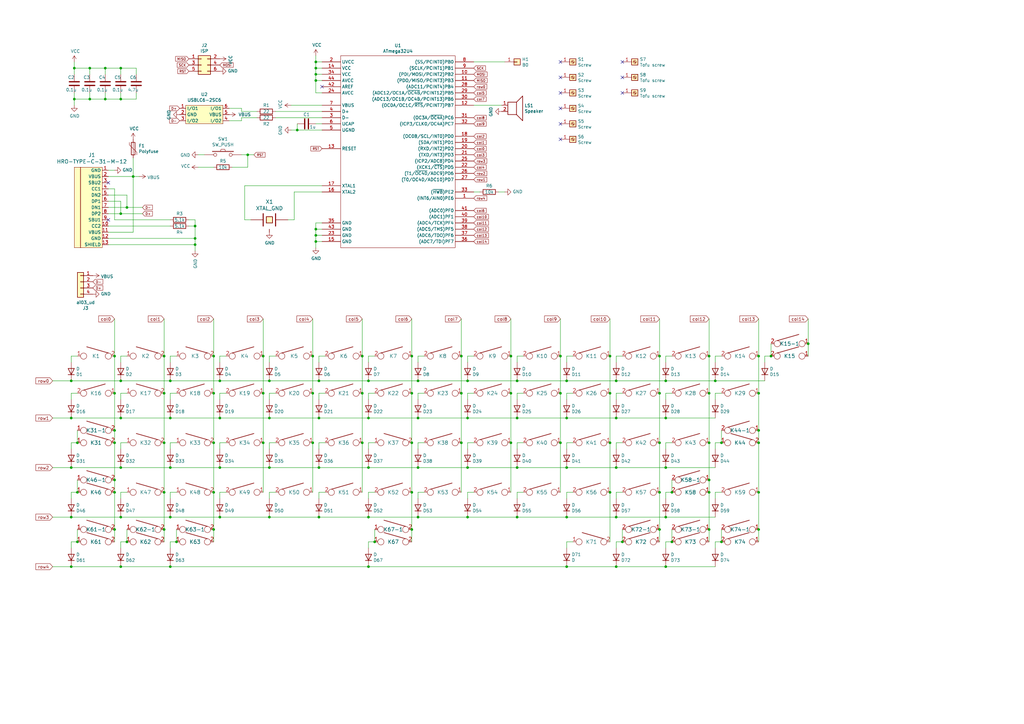
<source format=kicad_sch>
(kicad_sch (version 20230121) (generator eeschema)
  (paper "A3")
  (junction (at 171.45 171.45))
  (junction (at 46.99 161.29))
  (junction (at 151.13 212.09))
  (junction (at 229.87 146.05))
  (junction (at 311.15 161.29))
  (junction (at 191.77 191.77))
  (junction (at 290.83 181.61))
  (junction (at 43.18 40.64))
  (junction (at 90.17 156.21))
  (junction (at 273.05 212.09))
  (junction (at 46.99 201.93))
  (junction (at 110.49 191.77))
  (junction (at 311.15 176.53))
  (junction (at 107.95 161.29))
  (junction (at 90.17 191.77))
  (junction (at 30.48 40.64))
  (junction (at 29.21 156.21))
  (junction (at 67.31 181.61))
  (junction (at 250.19 161.29))
  (junction (at 121.92 53.34))
  (junction (at 290.83 217.17))
  (junction (at 171.45 156.21))
  (junction (at 250.19 201.93))
  (junction (at 290.83 196.85))
  (junction (at 252.73 171.45))
  (junction (at 212.09 171.45))
  (junction (at 36.83 40.64))
  (junction (at 153.67 222.25))
  (junction (at 232.41 232.41))
  (junction (at 130.81 156.21))
  (junction (at 148.59 181.61))
  (junction (at 110.49 156.21))
  (junction (at 49.53 156.21))
  (junction (at 151.13 171.45))
  (junction (at 54.61 72.39))
  (junction (at 129.54 93.98))
  (junction (at 212.09 212.09))
  (junction (at 273.05 232.41))
  (junction (at 101.6 63.5))
  (junction (at 80.01 97.79))
  (junction (at 90.17 212.09))
  (junction (at 270.51 181.61))
  (junction (at 67.31 146.05))
  (junction (at 72.39 222.25))
  (junction (at 129.54 27.94))
  (junction (at 148.59 146.05))
  (junction (at 295.91 222.25))
  (junction (at 229.87 181.61))
  (junction (at 290.83 161.29))
  (junction (at 168.91 161.29))
  (junction (at 252.73 212.09))
  (junction (at 46.99 181.61))
  (junction (at 80.01 92.71))
  (junction (at 189.23 161.29))
  (junction (at 252.73 156.21))
  (junction (at 209.55 146.05))
  (junction (at 151.13 191.77))
  (junction (at 270.51 146.05))
  (junction (at 129.54 25.4))
  (junction (at 311.15 217.17))
  (junction (at 270.51 161.29))
  (junction (at 270.51 217.17))
  (junction (at 212.09 191.77))
  (junction (at 69.85 232.41))
  (junction (at 69.85 156.21))
  (junction (at 29.21 212.09))
  (junction (at 128.27 161.29))
  (junction (at 275.59 222.25))
  (junction (at 129.54 96.52))
  (junction (at 189.23 181.61))
  (junction (at 250.19 181.61))
  (junction (at 52.07 85.09))
  (junction (at 331.47 140.97))
  (junction (at 168.91 201.93))
  (junction (at 273.05 156.21))
  (junction (at 31.75 181.61))
  (junction (at 212.09 156.21))
  (junction (at 67.31 217.17))
  (junction (at 128.27 181.61))
  (junction (at 232.41 191.77))
  (junction (at 151.13 232.41))
  (junction (at 67.31 201.93))
  (junction (at 46.99 196.85))
  (junction (at 189.23 146.05))
  (junction (at 129.54 33.02))
  (junction (at 130.81 171.45))
  (junction (at 270.51 201.93))
  (junction (at 49.53 191.77))
  (junction (at 49.53 40.64))
  (junction (at 46.99 217.17))
  (junction (at 87.63 217.17))
  (junction (at 87.63 161.29))
  (junction (at 275.59 201.93))
  (junction (at 49.53 87.63))
  (junction (at 110.49 171.45))
  (junction (at 87.63 201.93))
  (junction (at 290.83 201.93))
  (junction (at 209.55 181.61))
  (junction (at 49.53 212.09))
  (junction (at 255.27 222.25))
  (junction (at 171.45 212.09))
  (junction (at 316.23 146.05))
  (junction (at 130.81 212.09))
  (junction (at 128.27 146.05))
  (junction (at 250.19 146.05))
  (junction (at 43.18 27.94))
  (junction (at 46.99 176.53))
  (junction (at 130.81 191.77))
  (junction (at 191.77 212.09))
  (junction (at 87.63 181.61))
  (junction (at 229.87 161.29))
  (junction (at 290.83 146.05))
  (junction (at 311.15 201.93))
  (junction (at 209.55 161.29))
  (junction (at 69.85 191.77))
  (junction (at 29.21 171.45))
  (junction (at 31.75 222.25))
  (junction (at 29.21 191.77))
  (junction (at 295.91 181.61))
  (junction (at 168.91 217.17))
  (junction (at 232.41 212.09))
  (junction (at 30.48 27.94))
  (junction (at 107.95 146.05))
  (junction (at 191.77 156.21))
  (junction (at 69.85 171.45))
  (junction (at 80.01 100.33))
  (junction (at 273.05 191.77))
  (junction (at 69.85 212.09))
  (junction (at 46.99 146.05))
  (junction (at 87.63 146.05))
  (junction (at 129.54 99.06))
  (junction (at 90.17 171.45))
  (junction (at 49.53 27.94))
  (junction (at 191.77 171.45))
  (junction (at 148.59 161.29))
  (junction (at 311.15 181.61))
  (junction (at 31.75 201.93))
  (junction (at 168.91 146.05))
  (junction (at 273.05 171.45))
  (junction (at 293.37 156.21))
  (junction (at 311.15 146.05))
  (junction (at 252.73 191.77))
  (junction (at 49.53 171.45))
  (junction (at 110.49 212.09))
  (junction (at 232.41 171.45))
  (junction (at 107.95 181.61))
  (junction (at 36.83 27.94))
  (junction (at 52.07 222.25))
  (junction (at 171.45 191.77))
  (junction (at 129.54 30.48))
  (junction (at 252.73 232.41))
  (junction (at 29.21 232.41))
  (junction (at 232.41 156.21))
  (junction (at 151.13 156.21))
  (junction (at 67.31 161.29))
  (junction (at 168.91 181.61))
  (junction (at 49.53 232.41))
  (no_connect (at 44.45 74.93))
  (no_connect (at 132.08 35.56))
  (no_connect (at 229.87 31.75))
  (no_connect (at 229.87 25.4))
  (no_connect (at 255.27 25.4))
  (no_connect (at 44.45 90.17))
  (no_connect (at 229.87 44.45))
  (no_connect (at 229.87 38.1))
  (no_connect (at 229.87 57.15))
  (no_connect (at 255.27 38.1))
  (no_connect (at 255.27 31.75))
  (no_connect (at 229.87 50.8))
  (wire (pts (xy 81.28 63.5) (xy 83.82 63.5)))
  (wire (pts (xy 129.54 27.94) (xy 129.54 30.48)))
  (wire (pts (xy 69.85 191.77) (xy 49.53 191.77)))
  (wire (pts (xy 69.85 222.25) (xy 72.39 222.25)))
  (wire (pts (xy 191.77 201.93) (xy 194.31 201.93)))
  (wire (pts (xy 46.99 146.05) (xy 46.99 161.29)))
  (wire (pts (xy 250.19 222.25) (xy 250.19 201.93)))
  (wire (pts (xy 36.83 40.64) (xy 43.18 40.64)))
  (wire (pts (xy 273.05 212.09) (xy 293.37 212.09)))
  (wire (pts (xy 49.53 30.48) (xy 49.53 27.94)))
  (wire (pts (xy 100.33 90.17) (xy 100.33 76.2)))
  (wire (pts (xy 168.91 201.93) (xy 168.91 181.61)))
  (wire (pts (xy 90.17 156.21) (xy 110.49 156.21)))
  (wire (pts (xy 29.21 181.61) (xy 31.75 181.61)))
  (wire (pts (xy 29.21 148.59) (xy 29.21 146.05)))
  (wire (pts (xy 132.08 91.44) (xy 129.54 91.44)))
  (wire (pts (xy 46.99 77.47) (xy 46.99 90.17)))
  (wire (pts (xy 129.54 25.4) (xy 129.54 27.94)))
  (wire (pts (xy 132.08 27.94) (xy 129.54 27.94)))
  (wire (pts (xy 252.73 232.41) (xy 232.41 232.41)))
  (wire (pts (xy 232.41 224.79) (xy 232.41 222.25)))
  (wire (pts (xy 273.05 156.21) (xy 293.37 156.21)))
  (wire (pts (xy 290.83 146.05) (xy 290.83 130.81)))
  (wire (pts (xy 93.98 44.45) (xy 99.06 44.45)))
  (wire (pts (xy 293.37 191.77) (xy 273.05 191.77)))
  (wire (pts (xy 128.27 201.93) (xy 128.27 181.61)))
  (wire (pts (xy 69.85 148.59) (xy 69.85 146.05)))
  (wire (pts (xy 110.49 148.59) (xy 110.49 146.05)))
  (wire (pts (xy 129.54 30.48) (xy 129.54 33.02)))
  (wire (pts (xy 30.48 40.64) (xy 30.48 43.18)))
  (wire (pts (xy 275.59 222.25) (xy 275.59 217.17)))
  (wire (pts (xy 311.15 146.05) (xy 311.15 161.29)))
  (wire (pts (xy 130.81 161.29) (xy 133.35 161.29)))
  (wire (pts (xy 90.17 146.05) (xy 92.71 146.05)))
  (wire (pts (xy 100.33 90.17) (xy 102.87 90.17)))
  (wire (pts (xy 313.69 148.59) (xy 313.69 146.05)))
  (wire (pts (xy 49.53 87.63) (xy 49.53 82.55)))
  (wire (pts (xy 232.41 156.21) (xy 252.73 156.21)))
  (wire (pts (xy 129.54 101.6) (xy 129.54 99.06)))
  (wire (pts (xy 293.37 163.83) (xy 293.37 161.29)))
  (wire (pts (xy 151.13 184.15) (xy 151.13 181.61)))
  (wire (pts (xy 49.53 201.93) (xy 52.07 201.93)))
  (wire (pts (xy 49.53 191.77) (xy 29.21 191.77)))
  (wire (pts (xy 77.47 90.17) (xy 80.01 90.17)))
  (wire (pts (xy 232.41 204.47) (xy 232.41 201.93)))
  (wire (pts (xy 46.99 217.17) (xy 46.99 222.25)))
  (wire (pts (xy 46.99 161.29) (xy 46.99 176.53)))
  (wire (pts (xy 90.17 212.09) (xy 110.49 212.09)))
  (wire (pts (xy 43.18 40.64) (xy 49.53 40.64)))
  (wire (pts (xy 43.18 40.64) (xy 43.18 38.1)))
  (wire (pts (xy 232.41 212.09) (xy 252.73 212.09)))
  (wire (pts (xy 171.45 146.05) (xy 173.99 146.05)))
  (wire (pts (xy 90.17 191.77) (xy 69.85 191.77)))
  (wire (pts (xy 270.51 161.29) (xy 270.51 181.61)))
  (wire (pts (xy 191.77 184.15) (xy 191.77 181.61)))
  (wire (pts (xy 46.99 181.61) (xy 46.99 196.85)))
  (wire (pts (xy 270.51 217.17) (xy 270.51 222.25)))
  (wire (pts (xy 171.45 156.21) (xy 191.77 156.21)))
  (wire (pts (xy 191.77 146.05) (xy 194.31 146.05)))
  (wire (pts (xy 151.13 222.25) (xy 153.67 222.25)))
  (wire (pts (xy 21.59 171.45) (xy 29.21 171.45)))
  (wire (pts (xy 168.91 217.17) (xy 168.91 201.93)))
  (wire (pts (xy 311.15 201.93) (xy 311.15 217.17)))
  (wire (pts (xy 31.75 176.53) (xy 31.75 181.61)))
  (wire (pts (xy 90.17 184.15) (xy 90.17 181.61)))
  (wire (pts (xy 273.05 232.41) (xy 252.73 232.41)))
  (wire (pts (xy 273.05 224.79) (xy 273.05 222.25)))
  (wire (pts (xy 87.63 130.81) (xy 87.63 146.05)))
  (wire (pts (xy 132.08 93.98) (xy 129.54 93.98)))
  (wire (pts (xy 21.59 156.21) (xy 29.21 156.21)))
  (wire (pts (xy 229.87 130.81) (xy 229.87 146.05)))
  (wire (pts (xy 99.06 45.72) (xy 105.41 45.72)))
  (wire (pts (xy 69.85 201.93) (xy 72.39 201.93)))
  (wire (pts (xy 129.54 96.52) (xy 129.54 99.06)))
  (wire (pts (xy 212.09 204.47) (xy 212.09 201.93)))
  (wire (pts (xy 191.77 191.77) (xy 171.45 191.77)))
  (wire (pts (xy 110.49 204.47) (xy 110.49 201.93)))
  (wire (pts (xy 191.77 212.09) (xy 212.09 212.09)))
  (wire (pts (xy 129.54 91.44) (xy 129.54 93.98)))
  (wire (pts (xy 270.51 201.93) (xy 270.51 217.17)))
  (wire (pts (xy 311.15 181.61) (xy 311.15 201.93)))
  (wire (pts (xy 151.13 148.59) (xy 151.13 146.05)))
  (wire (pts (xy 110.49 184.15) (xy 110.49 181.61)))
  (wire (pts (xy 49.53 204.47) (xy 49.53 201.93)))
  (wire (pts (xy 110.49 191.77) (xy 90.17 191.77)))
  (wire (pts (xy 153.67 217.17) (xy 153.67 222.25)))
  (wire (pts (xy 120.65 78.74) (xy 120.65 90.17)))
  (wire (pts (xy 128.27 146.05) (xy 128.27 130.81)))
  (wire (pts (xy 69.85 161.29) (xy 72.39 161.29)))
  (wire (pts (xy 148.59 161.29) (xy 148.59 181.61)))
  (wire (pts (xy 43.18 27.94) (xy 49.53 27.94)))
  (wire (pts (xy 273.05 163.83) (xy 273.05 161.29)))
  (wire (pts (xy 191.77 156.21) (xy 212.09 156.21)))
  (wire (pts (xy 21.59 212.09) (xy 29.21 212.09)))
  (wire (pts (xy 110.49 156.21) (xy 130.81 156.21)))
  (wire (pts (xy 46.99 196.85) (xy 46.99 201.93)))
  (wire (pts (xy 194.31 25.4) (xy 207.01 25.4)))
  (wire (pts (xy 132.08 25.4) (xy 129.54 25.4)))
  (wire (pts (xy 191.77 181.61) (xy 194.31 181.61)))
  (wire (pts (xy 101.6 68.58) (xy 95.25 68.58)))
  (wire (pts (xy 168.91 146.05) (xy 168.91 130.81)))
  (wire (pts (xy 311.15 161.29) (xy 311.15 176.53)))
  (wire (pts (xy 49.53 87.63) (xy 58.42 87.63)))
  (wire (pts (xy 171.45 184.15) (xy 171.45 181.61)))
  (wire (pts (xy 43.18 30.48) (xy 43.18 27.94)))
  (wire (pts (xy 232.41 146.05) (xy 234.95 146.05)))
  (wire (pts (xy 90.17 204.47) (xy 90.17 201.93)))
  (wire (pts (xy 130.81 146.05) (xy 133.35 146.05)))
  (wire (pts (xy 130.81 201.93) (xy 133.35 201.93)))
  (wire (pts (xy 130.81 163.83) (xy 130.81 161.29)))
  (wire (pts (xy 67.31 146.05) (xy 67.31 130.81)))
  (wire (pts (xy 191.77 163.83) (xy 191.77 161.29)))
  (wire (pts (xy 129.54 99.06) (xy 132.08 99.06)))
  (wire (pts (xy 250.19 181.61) (xy 250.19 161.29)))
  (wire (pts (xy 77.47 92.71) (xy 80.01 92.71)))
  (wire (pts (xy 290.83 161.29) (xy 290.83 146.05)))
  (wire (pts (xy 110.49 212.09) (xy 130.81 212.09)))
  (wire (pts (xy 252.73 171.45) (xy 273.05 171.45)))
  (wire (pts (xy 273.05 201.93) (xy 275.59 201.93)))
  (wire (pts (xy 55.88 27.94) (xy 55.88 30.48)))
  (wire (pts (xy 229.87 181.61) (xy 229.87 201.93)))
  (wire (pts (xy 44.45 100.33) (xy 80.01 100.33)))
  (wire (pts (xy 87.63 201.93) (xy 87.63 217.17)))
  (wire (pts (xy 293.37 222.25) (xy 295.91 222.25)))
  (wire (pts (xy 128.27 161.29) (xy 128.27 146.05)))
  (wire (pts (xy 293.37 204.47) (xy 293.37 201.93)))
  (wire (pts (xy 194.31 43.18) (xy 205.74 43.18)))
  (wire (pts (xy 252.73 161.29) (xy 255.27 161.29)))
  (wire (pts (xy 55.88 40.64) (xy 55.88 38.1)))
  (wire (pts (xy 67.31 222.25) (xy 67.31 217.17)))
  (wire (pts (xy 107.95 146.05) (xy 107.95 161.29)))
  (wire (pts (xy 90.17 201.93) (xy 92.71 201.93)))
  (wire (pts (xy 130.81 171.45) (xy 151.13 171.45)))
  (wire (pts (xy 232.41 201.93) (xy 234.95 201.93)))
  (wire (pts (xy 99.06 63.5) (xy 101.6 63.5)))
  (wire (pts (xy 293.37 232.41) (xy 273.05 232.41)))
  (wire (pts (xy 49.53 156.21) (xy 69.85 156.21)))
  (wire (pts (xy 148.59 130.81) (xy 148.59 146.05)))
  (wire (pts (xy 49.53 232.41) (xy 29.21 232.41)))
  (wire (pts (xy 69.85 156.21) (xy 90.17 156.21)))
  (wire (pts (xy 113.03 45.72) (xy 132.08 45.72)))
  (wire (pts (xy 290.83 222.25) (xy 290.83 217.17)))
  (wire (pts (xy 49.53 40.64) (xy 55.88 40.64)))
  (wire (pts (xy 54.61 72.39) (xy 57.15 72.39)))
  (wire (pts (xy 151.13 232.41) (xy 232.41 232.41)))
  (wire (pts (xy 29.21 232.41) (xy 21.59 232.41)))
  (wire (pts (xy 273.05 161.29) (xy 275.59 161.29)))
  (wire (pts (xy 90.17 163.83) (xy 90.17 161.29)))
  (wire (pts (xy 132.08 33.02) (xy 129.54 33.02)))
  (wire (pts (xy 250.19 161.29) (xy 250.19 146.05)))
  (wire (pts (xy 229.87 161.29) (xy 229.87 181.61)))
  (wire (pts (xy 273.05 171.45) (xy 293.37 171.45)))
  (wire (pts (xy 232.41 161.29) (xy 234.95 161.29)))
  (wire (pts (xy 49.53 171.45) (xy 69.85 171.45)))
  (wire (pts (xy 120.65 90.17) (xy 118.11 90.17)))
  (wire (pts (xy 171.45 204.47) (xy 171.45 201.93)))
  (wire (pts (xy 252.73 222.25) (xy 255.27 222.25)))
  (wire (pts (xy 90.17 148.59) (xy 90.17 146.05)))
  (wire (pts (xy 29.21 191.77) (xy 21.59 191.77)))
  (wire (pts (xy 273.05 181.61) (xy 275.59 181.61)))
  (wire (pts (xy 151.13 212.09) (xy 171.45 212.09)))
  (wire (pts (xy 69.85 146.05) (xy 72.39 146.05)))
  (wire (pts (xy 49.53 82.55) (xy 44.45 82.55)))
  (wire (pts (xy 46.99 176.53) (xy 46.99 181.61)))
  (wire (pts (xy 69.85 163.83) (xy 69.85 161.29)))
  (wire (pts (xy 129.54 22.86) (xy 129.54 25.4)))
  (wire (pts (xy 252.73 212.09) (xy 273.05 212.09)))
  (wire (pts (xy 29.21 171.45) (xy 49.53 171.45)))
  (wire (pts (xy 67.31 161.29) (xy 67.31 146.05)))
  (wire (pts (xy 29.21 212.09) (xy 49.53 212.09)))
  (wire (pts (xy 31.75 217.17) (xy 31.75 222.25)))
  (wire (pts (xy 49.53 212.09) (xy 69.85 212.09)))
  (wire (pts (xy 168.91 181.61) (xy 168.91 161.29)))
  (wire (pts (xy 293.37 181.61) (xy 295.91 181.61)))
  (wire (pts (xy 107.95 130.81) (xy 107.95 146.05)))
  (wire (pts (xy 232.41 184.15) (xy 232.41 181.61)))
  (wire (pts (xy 232.41 163.83) (xy 232.41 161.29)))
  (wire (pts (xy 44.45 77.47) (xy 46.99 77.47)))
  (wire (pts (xy 130.81 204.47) (xy 130.81 201.93)))
  (wire (pts (xy 69.85 171.45) (xy 90.17 171.45)))
  (wire (pts (xy 212.09 212.09) (xy 232.41 212.09)))
  (wire (pts (xy 110.49 171.45) (xy 130.81 171.45)))
  (wire (pts (xy 49.53 184.15) (xy 49.53 181.61)))
  (wire (pts (xy 121.92 50.8) (xy 121.92 53.34)))
  (wire (pts (xy 171.45 212.09) (xy 191.77 212.09)))
  (wire (pts (xy 273.05 146.05) (xy 275.59 146.05)))
  (wire (pts (xy 316.23 140.97) (xy 316.23 146.05)))
  (wire (pts (xy 293.37 148.59) (xy 293.37 146.05)))
  (wire (pts (xy 232.41 181.61) (xy 234.95 181.61)))
  (wire (pts (xy 69.85 184.15) (xy 69.85 181.61)))
  (wire (pts (xy 29.21 146.05) (xy 31.75 146.05)))
  (wire (pts (xy 101.6 63.5) (xy 101.6 68.58)))
  (wire (pts (xy 273.05 148.59) (xy 273.05 146.05)))
  (wire (pts (xy 29.21 201.93) (xy 31.75 201.93)))
  (wire (pts (xy 46.99 201.93) (xy 46.99 217.17)))
  (wire (pts (xy 293.37 224.79) (xy 293.37 222.25)))
  (wire (pts (xy 151.13 191.77) (xy 130.81 191.77)))
  (wire (pts (xy 49.53 161.29) (xy 52.07 161.29)))
  (wire (pts (xy 171.45 191.77) (xy 151.13 191.77)))
  (wire (pts (xy 151.13 156.21) (xy 171.45 156.21)))
  (wire (pts (xy 49.53 222.25) (xy 52.07 222.25)))
  (wire (pts (xy 151.13 224.79) (xy 151.13 222.25)))
  (wire (pts (xy 67.31 181.61) (xy 67.31 161.29)))
  (wire (pts (xy 151.13 232.41) (xy 69.85 232.41)))
  (wire (pts (xy 275.59 196.85) (xy 275.59 201.93)))
  (wire (pts (xy 209.55 181.61) (xy 209.55 161.29)))
  (wire (pts (xy 80.01 97.79) (xy 80.01 100.33)))
  (wire (pts (xy 252.73 201.93) (xy 255.27 201.93)))
  (wire (pts (xy 44.45 92.71) (xy 69.85 92.71)))
  (wire (pts (xy 212.09 148.59) (xy 212.09 146.05)))
  (wire (pts (xy 212.09 161.29) (xy 214.63 161.29)))
  (wire (pts (xy 273.05 191.77) (xy 252.73 191.77)))
  (wire (pts (xy 80.01 100.33) (xy 80.01 102.87)))
  (wire (pts (xy 171.45 161.29) (xy 173.99 161.29)))
  (wire (pts (xy 44.45 97.79) (xy 80.01 97.79)))
  (wire (pts (xy 132.08 43.18) (xy 119.38 43.18)))
  (wire (pts (xy 293.37 161.29) (xy 295.91 161.29)))
  (wire (pts (xy 49.53 27.94) (xy 55.88 27.94)))
  (wire (pts (xy 69.85 204.47) (xy 69.85 201.93)))
  (wire (pts (xy 252.73 184.15) (xy 252.73 181.61)))
  (wire (pts (xy 171.45 148.59) (xy 171.45 146.05)))
  (wire (pts (xy 90.17 161.29) (xy 92.71 161.29)))
  (wire (pts (xy 30.48 27.94) (xy 36.83 27.94)))
  (wire (pts (xy 189.23 161.29) (xy 189.23 181.61)))
  (wire (pts (xy 36.83 40.64) (xy 36.83 38.1)))
  (wire (pts (xy 29.21 161.29) (xy 31.75 161.29)))
  (wire (pts (xy 130.81 191.77) (xy 110.49 191.77)))
  (wire (pts (xy 107.95 181.61) (xy 107.95 201.93)))
  (wire (pts (xy 196.85 78.74) (xy 194.31 78.74)))
  (wire (pts (xy 273.05 184.15) (xy 273.05 181.61)))
  (wire (pts (xy 191.77 161.29) (xy 194.31 161.29)))
  (wire (pts (xy 49.53 181.61) (xy 52.07 181.61)))
  (wire (pts (xy 212.09 146.05) (xy 214.63 146.05)))
  (wire (pts (xy 129.54 38.1) (xy 132.08 38.1)))
  (wire (pts (xy 229.87 146.05) (xy 229.87 161.29)))
  (wire (pts (xy 273.05 204.47) (xy 273.05 201.93)))
  (wire (pts (xy 191.77 148.59) (xy 191.77 146.05)))
  (wire (pts (xy 331.47 140.97) (xy 331.47 130.81)))
  (wire (pts (xy 29.21 156.21) (xy 49.53 156.21)))
  (wire (pts (xy 110.49 161.29) (xy 113.03 161.29)))
  (wire (pts (xy 130.81 181.61) (xy 133.35 181.61)))
  (wire (pts (xy 121.92 53.34) (xy 132.08 53.34)))
  (wire (pts (xy 171.45 181.61) (xy 173.99 181.61)))
  (wire (pts (xy 30.48 40.64) (xy 36.83 40.64)))
  (wire (pts (xy 209.55 161.29) (xy 209.55 146.05)))
  (wire (pts (xy 49.53 148.59) (xy 49.53 146.05)))
  (wire (pts (xy 130.81 156.21) (xy 151.13 156.21)))
  (wire (pts (xy 311.15 217.17) (xy 311.15 222.25)))
  (wire (pts (xy 273.05 222.25) (xy 275.59 222.25)))
  (wire (pts (xy 93.98 49.53) (xy 99.06 49.53)))
  (wire (pts (xy 29.21 204.47) (xy 29.21 201.93)))
  (wire (pts (xy 46.99 130.81) (xy 46.99 146.05)))
  (wire (pts (xy 189.23 130.81) (xy 189.23 146.05)))
  (wire (pts (xy 29.21 163.83) (xy 29.21 161.29)))
  (wire (pts (xy 72.39 222.25) (xy 72.39 217.17)))
  (wire (pts (xy 99.06 44.45) (xy 99.06 45.72)))
  (wire (pts (xy 36.83 27.94) (xy 43.18 27.94)))
  (wire (pts (xy 52.07 80.01) (xy 52.07 85.09)))
  (wire (pts (xy 209.55 146.05) (xy 209.55 130.81)))
  (wire (pts (xy 30.48 38.1) (xy 30.48 40.64)))
  (wire (pts (xy 171.45 171.45) (xy 191.77 171.45)))
  (wire (pts (xy 232.41 222.25) (xy 234.95 222.25)))
  (wire (pts (xy 119.38 53.34) (xy 121.92 53.34)))
  (wire (pts (xy 290.83 181.61) (xy 290.83 161.29)))
  (wire (pts (xy 128.27 181.61) (xy 128.27 161.29)))
  (wire (pts (xy 87.63 181.61) (xy 87.63 201.93)))
  (wire (pts (xy 99.06 48.26) (xy 105.41 48.26)))
  (wire (pts (xy 191.77 204.47) (xy 191.77 201.93)))
  (wire (pts (xy 90.17 171.45) (xy 110.49 171.45)))
  (wire (pts (xy 52.07 85.09) (xy 44.45 85.09)))
  (wire (pts (xy 87.63 146.05) (xy 87.63 161.29)))
  (wire (pts (xy 270.51 146.05) (xy 270.51 161.29)))
  (wire (pts (xy 212.09 191.77) (xy 191.77 191.77)))
  (wire (pts (xy 212.09 156.21) (xy 232.41 156.21)))
  (wire (pts (xy 313.69 146.05) (xy 316.23 146.05)))
  (wire (pts (xy 132.08 96.52) (xy 129.54 96.52)))
  (wire (pts (xy 30.48 25.4) (xy 30.48 27.94)))
  (wire (pts (xy 99.06 49.53) (xy 99.06 48.26)))
  (wire (pts (xy 46.99 90.17) (xy 69.85 90.17)))
  (wire (pts (xy 252.73 191.77) (xy 232.41 191.77)))
  (wire (pts (xy 212.09 163.83) (xy 212.09 161.29)))
  (wire (pts (xy 189.23 146.05) (xy 189.23 161.29)))
  (wire (pts (xy 290.83 217.17) (xy 290.83 201.93)))
  (wire (pts (xy 80.01 92.71) (xy 80.01 97.79)))
  (wire (pts (xy 129.54 33.02) (xy 129.54 38.1)))
  (wire (pts (xy 151.13 163.83) (xy 151.13 161.29)))
  (wire (pts (xy 132.08 50.8) (xy 129.54 50.8)))
  (wire (pts (xy 252.73 224.79) (xy 252.73 222.25)))
  (wire (pts (xy 252.73 146.05) (xy 255.27 146.05)))
  (wire (pts (xy 171.45 163.83) (xy 171.45 161.29)))
  (wire (pts (xy 255.27 222.25) (xy 255.27 217.17)))
  (wire (pts (xy 44.45 69.85) (xy 46.99 69.85)))
  (wire (pts (xy 80.01 90.17) (xy 80.01 92.71)))
  (wire (pts (xy 207.01 78.74) (xy 204.47 78.74)))
  (wire (pts (xy 331.47 146.05) (xy 331.47 140.97)))
  (wire (pts (xy 49.53 146.05) (xy 52.07 146.05)))
  (wire (pts (xy 110.49 181.61) (xy 113.03 181.61)))
  (wire (pts (xy 49.53 40.64) (xy 49.53 38.1)))
  (wire (pts (xy 69.85 224.79) (xy 69.85 222.25)))
  (wire (pts (xy 69.85 212.09) (xy 90.17 212.09)))
  (wire (pts (xy 252.73 204.47) (xy 252.73 201.93)))
  (wire (pts (xy 30.48 27.94) (xy 30.48 30.48)))
  (wire (pts (xy 148.59 146.05) (xy 148.59 161.29)))
  (wire (pts (xy 31.75 196.85) (xy 31.75 201.93)))
  (wire (pts (xy 87.63 217.17) (xy 87.63 222.25)))
  (wire (pts (xy 290.83 196.85) (xy 290.83 181.61)))
  (wire (pts (xy 293.37 156.21) (xy 313.69 156.21)))
  (wire (pts (xy 49.53 224.79) (xy 49.53 222.25)))
  (wire (pts (xy 130.81 184.15) (xy 130.81 181.61)))
  (wire (pts (xy 113.03 48.26) (xy 132.08 48.26)))
  (wire (pts (xy 168.91 222.25) (xy 168.91 217.17)))
  (wire (pts (xy 104.14 63.5) (xy 101.6 63.5)))
  (wire (pts (xy 191.77 171.45) (xy 212.09 171.45)))
  (wire (pts (xy 252.73 156.21) (xy 273.05 156.21)))
  (wire (pts (xy 130.81 148.59) (xy 130.81 146.05)))
  (wire (pts (xy 90.17 181.61) (xy 92.71 181.61)))
  (wire (pts (xy 151.13 161.29) (xy 153.67 161.29)))
  (wire (pts (xy 132.08 78.74) (xy 120.65 78.74)))
  (wire (pts (xy 130.81 212.09) (xy 151.13 212.09)))
  (wire (pts (xy 44.45 80.01) (xy 52.07 80.01)))
  (wire (pts (xy 69.85 232.41) (xy 49.53 232.41)))
  (wire (pts (xy 151.13 171.45) (xy 171.45 171.45)))
  (wire (pts (xy 52.07 85.09) (xy 58.42 85.09)))
  (wire (pts (xy 252.73 163.83) (xy 252.73 161.29)))
  (wire (pts (xy 212.09 201.93) (xy 214.63 201.93)))
  (wire (pts (xy 212.09 171.45) (xy 232.41 171.45)))
  (wire (pts (xy 54.61 72.39) (xy 54.61 64.77)))
  (wire (pts (xy 270.51 181.61) (xy 270.51 201.93)))
  (wire (pts (xy 311.15 130.81) (xy 311.15 146.05)))
  (wire (pts (xy 54.61 72.39) (xy 54.61 95.25)))
  (wire (pts (xy 132.08 30.48) (xy 129.54 30.48)))
  (wire (pts (xy 129.54 93.98) (xy 129.54 96.52)))
  (wire (pts (xy 110.49 163.83) (xy 110.49 161.29)))
  (wire (pts (xy 29.21 222.25) (xy 31.75 222.25)))
  (wire (pts (xy 54.61 95.25) (xy 44.45 95.25)))
  (wire (pts (xy 67.31 217.17) (xy 67.31 201.93)))
  (wire (pts (xy 49.53 163.83) (xy 49.53 161.29)))
  (wire (pts (xy 250.19 146.05) (xy 250.19 130.81)))
  (wire (pts (xy 295.91 222.25) (xy 295.91 217.17)))
  (wire (pts (xy 168.91 161.29) (xy 168.91 146.05)))
  (wire (pts (xy 250.19 201.93) (xy 250.19 181.61)))
  (wire (pts (xy 295.91 176.53) (xy 295.91 181.61)))
  (wire (pts (xy 212.09 181.61) (xy 214.63 181.61)))
  (wire (pts (xy 293.37 184.15) (xy 293.37 181.61)))
  (wire (pts (xy 100.33 76.2) (xy 132.08 76.2)))
  (wire (pts (xy 171.45 201.93) (xy 173.99 201.93)))
  (wire (pts (xy 290.83 201.93) (xy 290.83 196.85)))
  (wire (pts (xy 293.37 146.05) (xy 295.91 146.05)))
  (wire (pts (xy 311.15 176.53) (xy 311.15 181.61)))
  (wire (pts (xy 151.13 201.93) (xy 153.67 201.93)))
  (wire (pts (xy 148.59 181.61) (xy 148.59 201.93)))
  (wire (pts (xy 232.41 171.45) (xy 252.73 171.45)))
  (wire (pts (xy 87.63 161.29) (xy 87.63 181.61)))
  (wire (pts (xy 232.41 148.59) (xy 232.41 146.05)))
  (wire (pts (xy 110.49 146.05) (xy 113.03 146.05)))
  (wire (pts (xy 151.13 181.61) (xy 153.67 181.61)))
  (wire (pts (xy 293.37 201.93) (xy 295.91 201.93)))
  (wire (pts (xy 209.55 201.93) (xy 209.55 181.61)))
  (wire (pts (xy 52.07 222.25) (xy 52.07 217.17)))
  (wire (pts (xy 110.49 201.93) (xy 113.03 201.93)))
  (wire (pts (xy 44.45 87.63) (xy 49.53 87.63)))
  (wire (pts (xy 232.41 191.77) (xy 212.09 191.77)))
  (wire (pts (xy 36.83 30.48) (xy 36.83 27.94)))
  (wire (pts (xy 69.85 181.61) (xy 72.39 181.61)))
  (wire (pts (xy 44.45 72.39) (xy 54.61 72.39)))
  (wire (pts (xy 189.23 181.61) (xy 189.23 201.93)))
  (wire (pts (xy 67.31 201.93) (xy 67.31 181.61)))
  (wire (pts (xy 29.21 224.79) (xy 29.21 222.25)))
  (wire (pts (xy 270.51 130.81) (xy 270.51 146.05)))
  (wire (pts (xy 107.95 161.29) (xy 107.95 181.61)))
  (wire (pts (xy 29.21 184.15) (xy 29.21 181.61)))
  (wire (pts (xy 81.28 68.58) (xy 87.63 68.58)))
  (wire (pts (xy 212.09 184.15) (xy 212.09 181.61)))
  (wire (pts (xy 252.73 148.59) (xy 252.73 146.05)))
  (wire (pts (xy 151.13 204.47) (xy 151.13 201.93)))
  (wire (pts (xy 151.13 146.05) (xy 153.67 146.05)))
  (wire (pts (xy 252.73 181.61) (xy 255.27 181.61)))
  (global_label "RST" (shape input) (at 104.14 63.5 0) (effects (font (size 0.9906 0.9906))) (property "Intersheetrefs" "${INTERSHEET_REFS}" (effects hide)))
  (global_label "col4" (shape input) (at 128.27 130.81 180) (property "Intersheetrefs" "${INTERSHEET_REFS}" (effects hide)))
  (global_label "col10" (shape input) (at 194.31 88.9 0) (effects (font (size 0.9906 0.9906))) (property "Intersheetrefs" "${INTERSHEET_REFS}" (effects hide)))
  (global_label "col0" (shape input) (at 46.99 130.81 180) (property "Intersheetrefs" "${INTERSHEET_REFS}" (effects hide)))
  (global_label "row0" (shape input) (at 194.31 35.56 0) (effects (font (size 0.9906 0.9906))) (property "Intersheetrefs" "${INTERSHEET_REFS}" (effects hide)))
  (global_label "col1" (shape input) (at 194.31 58.42 0) (effects (font (size 0.9906 0.9906))) (property "Intersheetrefs" "${INTERSHEET_REFS}" (effects hide)))
  (global_label "row1" (shape input) (at 194.31 73.66 0) (effects (font (size 0.9906 0.9906))) (property "Intersheetrefs" "${INTERSHEET_REFS}" (effects hide)))
  (global_label "col7" (shape input) (at 194.31 40.64 0) (effects (font (size 0.9906 0.9906))) (property "Intersheetrefs" "${INTERSHEET_REFS}" (effects hide)))
  (global_label "col8" (shape input) (at 194.31 48.26 0) (effects (font (size 0.9906 0.9906))) (property "Intersheetrefs" "${INTERSHEET_REFS}" (effects hide)))
  (global_label "row3" (shape input) (at 194.31 66.04 0) (effects (font (size 0.9906 0.9906))) (property "Intersheetrefs" "${INTERSHEET_REFS}" (effects hide)))
  (global_label "col2" (shape input) (at 194.31 55.88 0) (effects (font (size 0.9906 0.9906))) (property "Intersheetrefs" "${INTERSHEET_REFS}" (effects hide)))
  (global_label "col6" (shape input) (at 194.31 86.36 0) (effects (font (size 0.9906 0.9906))) (property "Intersheetrefs" "${INTERSHEET_REFS}" (effects hide)))
  (global_label "MISO" (shape input) (at 194.31 33.02 0) (effects (font (size 0.9906 0.9906))) (property "Intersheetrefs" "${INTERSHEET_REFS}" (effects hide)))
  (global_label "SCK" (shape input) (at 77.47 26.67 180) (effects (font (size 0.9906 0.9906))) (property "Intersheetrefs" "${INTERSHEET_REFS}" (effects hide)))
  (global_label "col9" (shape input) (at 229.87 130.81 180) (property "Intersheetrefs" "${INTERSHEET_REFS}" (effects hide)))
  (global_label "col0" (shape input) (at 194.31 60.96 0) (effects (font (size 0.9906 0.9906))) (property "Intersheetrefs" "${INTERSHEET_REFS}" (effects hide)))
  (global_label "row1" (shape input) (at 21.59 171.45 180) (property "Intersheetrefs" "${INTERSHEET_REFS}" (effects hide)))
  (global_label "col4" (shape input) (at 194.31 68.58 0) (effects (font (size 0.9906 0.9906))) (property "Intersheetrefs" "${INTERSHEET_REFS}" (effects hide)))
  (global_label "col13" (shape input) (at 311.15 130.81 180) (property "Intersheetrefs" "${INTERSHEET_REFS}" (effects hide)))
  (global_label "col1" (shape input) (at 67.31 130.81 180) (property "Intersheetrefs" "${INTERSHEET_REFS}" (effects hide)))
  (global_label "row3" (shape input) (at 21.59 212.09 180) (property "Intersheetrefs" "${INTERSHEET_REFS}" (effects hide)))
  (global_label "col3" (shape input) (at 107.95 130.81 180) (property "Intersheetrefs" "${INTERSHEET_REFS}" (effects hide)))
  (global_label "MOSI" (shape input) (at 90.17 26.67 0) (effects (font (size 0.9906 0.9906))) (property "Intersheetrefs" "${INTERSHEET_REFS}" (effects hide)))
  (global_label "col11" (shape input) (at 194.31 91.44 0) (effects (font (size 0.9906 0.9906))) (property "Intersheetrefs" "${INTERSHEET_REFS}" (effects hide)))
  (global_label "D-" (shape input) (at 38.1 115.57 0) (effects (font (size 0.9906 0.9906))) (property "Intersheetrefs" "${INTERSHEET_REFS}" (effects hide)))
  (global_label "col2" (shape input) (at 87.63 130.81 180) (property "Intersheetrefs" "${INTERSHEET_REFS}" (effects hide)))
  (global_label "D+" (shape input) (at 58.42 87.63 0) (effects (font (size 0.9906 0.9906))) (property "Intersheetrefs" "${INTERSHEET_REFS}" (effects hide)))
  (global_label "col5" (shape input) (at 194.31 38.1 0) (effects (font (size 0.9906 0.9906))) (property "Intersheetrefs" "${INTERSHEET_REFS}" (effects hide)))
  (global_label "RST" (shape input) (at 132.08 60.96 180) (effects (font (size 0.9906 0.9906))) (property "Intersheetrefs" "${INTERSHEET_REFS}" (effects hide)))
  (global_label "row2" (shape input) (at 194.31 71.12 0) (effects (font (size 0.9906 0.9906))) (property "Intersheetrefs" "${INTERSHEET_REFS}" (effects hide)))
  (global_label "col13" (shape input) (at 194.31 96.52 0) (effects (font (size 0.9906 0.9906))) (property "Intersheetrefs" "${INTERSHEET_REFS}" (effects hide)))
  (global_label "row2" (shape input) (at 21.59 191.77 180) (property "Intersheetrefs" "${INTERSHEET_REFS}" (effects hide)))
  (global_label "RST" (shape input) (at 77.47 29.21 180) (effects (font (size 0.9906 0.9906))) (property "Intersheetrefs" "${INTERSHEET_REFS}" (effects hide)))
  (global_label "SCK" (shape input) (at 194.31 27.94 0) (effects (font (size 0.9906 0.9906))) (property "Intersheetrefs" "${INTERSHEET_REFS}" (effects hide)))
  (global_label "col11" (shape input) (at 270.51 130.81 180) (property "Intersheetrefs" "${INTERSHEET_REFS}" (effects hide)))
  (global_label "col8" (shape input) (at 209.55 130.81 180) (property "Intersheetrefs" "${INTERSHEET_REFS}" (effects hide)))
  (global_label "col12" (shape input) (at 290.83 130.81 180) (property "Intersheetrefs" "${INTERSHEET_REFS}" (effects hide)))
  (global_label "col5" (shape input) (at 148.59 130.81 180) (property "Intersheetrefs" "${INTERSHEET_REFS}" (effects hide)))
  (global_label "col7" (shape input) (at 189.23 130.81 180) (property "Intersheetrefs" "${INTERSHEET_REFS}" (effects hide)))
  (global_label "col9" (shape input) (at 194.31 50.8 0) (effects (font (size 0.9906 0.9906))) (property "Intersheetrefs" "${INTERSHEET_REFS}" (effects hide)))
  (global_label "col10" (shape input) (at 250.19 130.81 180) (property "Intersheetrefs" "${INTERSHEET_REFS}" (effects hide)))
  (global_label "col12" (shape input) (at 194.31 93.98 0) (effects (font (size 0.9906 0.9906))) (property "Intersheetrefs" "${INTERSHEET_REFS}" (effects hide)))
  (global_label "MOSI" (shape input) (at 194.31 30.48 0) (effects (font (size 0.9906 0.9906))) (property "Intersheetrefs" "${INTERSHEET_REFS}" (effects hide)))
  (global_label "col6" (shape input) (at 168.91 130.81 180) (property "Intersheetrefs" "${INTERSHEET_REFS}" (effects hide)))
  (global_label "row4" (shape input) (at 21.59 232.41 180) (property "Intersheetrefs" "${INTERSHEET_REFS}" (effects hide)))
  (global_label "D+" (shape input) (at 38.1 118.11 0) (effects (font (size 0.9906 0.9906))) (property "Intersheetrefs" "${INTERSHEET_REFS}" (effects hide)))
  (global_label "D-" (shape input) (at 73.66 49.53 180) (effects (font (size 0.9906 0.9906))) (property "Intersheetrefs" "${INTERSHEET_REFS}" (effects hide)))
  (global_label "row0" (shape input) (at 21.59 156.21 180) (property "Intersheetrefs" "${INTERSHEET_REFS}" (effects hide)))
  (global_label "col14" (shape input) (at 194.31 99.06 0) (effects (font (size 0.9906 0.9906))) (property "Intersheetrefs" "${INTERSHEET_REFS}" (effects hide)))
  (global_label "col14" (shape input) (at 331.47 130.81 180) (property "Intersheetrefs" "${INTERSHEET_REFS}" (effects hide)))
  (global_label "D+" (shape input) (at 73.66 44.45 180) (effects (font (size 0.9906 0.9906))) (property "Intersheetrefs" "${INTERSHEET_REFS}" (effects hide)))
  (global_label "MISO" (shape input) (at 77.47 24.13 180) (effects (font (size 0.9906 0.9906))) (property "Intersheetrefs" "${INTERSHEET_REFS}" (effects hide)))
  (global_label "col3" (shape input) (at 194.31 63.5 0) (effects (font (size 0.9906 0.9906))) (property "Intersheetrefs" "${INTERSHEET_REFS}" (effects hide)))
  (global_label "D-" (shape input) (at 58.42 85.09 0) (effects (font (size 0.9906 0.9906))) (property "Intersheetrefs" "${INTERSHEET_REFS}" (effects hide)))
  (global_label "row4" (shape input) (at 194.31 81.28 0) (effects (font (size 0.9906 0.9906))) (property "Intersheetrefs" "${INTERSHEET_REFS}" (effects hide)))
  (symbol (lib_id "atmel:ATmega32U4") (at 163.83 64.77 0) (unit 1)
    (property "Reference" "U1" (at 163.195 18.669 0))
    (property "Value" "ATmega32U4" (at 163.195 20.9804 0))
    (property "Footprint" "Keeb_components:ATMEGA32U4" (effects hide))
  )
  (symbol (lib_id "Device:R") (at 109.22 45.72 270) (unit 1)
    (property "Reference" "R1" (at 109.22 43.18 90))
    (property "Value" "22" (at 109.22 45.72 90))
    (property "Footprint" "Keeb_components:R_0805" (effects hide))
  )
  (symbol (lib_id "Device:R") (at 109.22 48.26 90) (unit 1)
    (property "Reference" "R2" (at 109.22 50.8 90))
    (property "Value" "22" (at 109.22 48.26 90))
    (property "Footprint" "Keeb_components:R_0805" (effects hide))
  )
  (symbol (lib_id "Power:GND") (at 119.38 53.34 270) (unit 1)
    (property "Reference" "#PWR0101" (effects hide))
    (property "Value" "GND" (at 114.9858 53.467 0))
  )
  (symbol (lib_id "Power:VCC") (at 129.54 22.86 0) (unit 1)
    (property "Reference" "#PWR0103" (effects hide))
    (property "Value" "VCC" (at 129.9718 18.4658 0))
  )
  (symbol (lib_id "keyboard_parts:SW_PUSH") (at 91.44 63.5 0) (unit 1)
    (property "Reference" "SW1" (at 91.44 57.023 0))
    (property "Value" "SW_PUSH" (at 91.44 59.3344 0))
    (property "Footprint" "Button_Switch_SMD:SW_SPST_TL3342" (effects hide))
  )
  (symbol (lib_id "Power:VCC") (at 81.28 68.58 90) (unit 1)
    (property "Reference" "#PWR0104" (effects hide))
    (property "Value" "VCC" (at 78.0542 68.1228 90) (effects (justify left)))
  )
  (symbol (lib_id "Device:R") (at 91.44 68.58 270) (unit 1)
    (property "Reference" "R5" (at 91.44 66.04 90))
    (property "Value" "10k" (at 91.44 68.58 90))
    (property "Footprint" "Keeb_components:R_0805" (effects hide))
  )
  (symbol (lib_id "Power:GND") (at 81.28 63.5 270) (unit 1)
    (property "Reference" "#PWR0105" (effects hide))
    (property "Value" "GND" (at 78.0288 63.627 90) (effects (justify right)))
  )
  (symbol (lib_id "Connector:Screw_Terminal_01x01") (at 234.95 25.4 0) (unit 1)
    (property "Reference" "S1" (at 236.982 24.3332 0) (effects (justify left)))
    (property "Value" "Screw" (at 236.982 26.6446 0) (effects (justify left)))
    (property "Footprint" "footprints:5.5_5x2.5mm" (effects hide))
  )
  (symbol (lib_id "Connector:Screw_Terminal_01x01") (at 234.95 31.75 0) (unit 1)
    (property "Reference" "S2" (at 236.982 30.6832 0) (effects (justify left)))
    (property "Value" "Screw" (at 236.982 32.9946 0) (effects (justify left)))
    (property "Footprint" "footprints:5.5_5x2.5mm" (effects hide))
  )
  (symbol (lib_id "Device:R") (at 200.66 78.74 270) (unit 1)
    (property "Reference" "R6" (at 200.66 76.2 90))
    (property "Value" "10k" (at 200.66 78.74 90))
    (property "Footprint" "Keeb_components:R_0805" (effects hide))
  )
  (symbol (lib_id "Power:GND") (at 207.01 78.74 90) (unit 1)
    (property "Reference" "#PWR0106" (effects hide))
    (property "Value" "GND" (at 210.2612 78.613 90) (effects (justify right)))
  )
  (symbol (lib_id "Device:C") (at 125.73 50.8 270) (unit 1)
    (property "Reference" "C1" (at 125.73 46.99 90))
    (property "Value" "1u" (at 128.27 52.07 90))
    (property "Footprint" "Keeb_components:C_0805" (effects hide))
  )
  (symbol (lib_id "keyboard_parts:XTAL_GND") (at 110.49 90.17 0) (unit 1)
    (property "Reference" "X1" (at 110.49 82.7532 0) (effects (font (size 1.524 1.524))))
    (property "Value" "XTAL_GND" (at 110.49 85.4456 0) (effects (font (size 1.524 1.524))))
    (property "Footprint" "Keeb_components:Resonator_SMD_muRata_CSTNExxV-3Pin-p1.2" (effects hide))
  )
  (symbol (lib_id "Power:GND") (at 110.49 95.25 0) (unit 1)
    (property "Reference" "#PWR0107" (effects hide))
    (property "Value" "GND" (at 110.617 99.6442 0))
  )
  (symbol (lib_id "Power:GND") (at 129.54 101.6 0) (unit 1)
    (property "Reference" "#PWR0108" (effects hide))
    (property "Value" "GND" (at 129.667 105.9942 0))
  )
  (symbol (lib_id "Power:VCC") (at 30.48 25.4 0) (unit 1)
    (property "Reference" "#PWR0109" (effects hide))
    (property "Value" "VCC" (at 30.9118 21.0058 0))
  )
  (symbol (lib_id "Power:GND") (at 30.48 43.18 0) (unit 1)
    (property "Reference" "#PWR0110" (effects hide))
    (property "Value" "GND" (at 30.607 47.5742 0))
  )
  (symbol (lib_id "Device:C") (at 30.48 34.29 180) (unit 1)
    (property "Reference" "C2" (at 29.21 31.75 0))
    (property "Value" "0.1u" (at 29.21 36.83 0))
    (property "Footprint" "Keeb_components:C_0805" (effects hide))
  )
  (symbol (lib_id "Device:C") (at 36.83 34.29 180) (unit 1)
    (property "Reference" "C3" (at 35.56 31.75 0))
    (property "Value" "0.1u" (at 35.56 36.83 0))
    (property "Footprint" "Keeb_components:C_0805" (effects hide))
  )
  (symbol (lib_id "Device:C") (at 43.18 34.29 180) (unit 1)
    (property "Reference" "C4" (at 41.91 31.75 0))
    (property "Value" "0.1u" (at 41.91 36.83 0))
    (property "Footprint" "Keeb_components:C_0805" (effects hide))
  )
  (symbol (lib_id "Device:C") (at 49.53 34.29 180) (unit 1)
    (property "Reference" "C5" (at 48.26 31.75 0))
    (property "Value" "0.1u" (at 48.26 36.83 0))
    (property "Footprint" "Keeb_components:C_0805" (effects hide))
  )
  (symbol (lib_id "Device:C") (at 55.88 34.29 180) (unit 1)
    (property "Reference" "C6" (at 54.61 31.75 0))
    (property "Value" "4.7u" (at 54.61 36.83 0))
    (property "Footprint" "Keeb_components:C_0805" (effects hide))
  )
  (symbol (lib_id "Device:Polyfuse") (at 54.61 60.96 0) (unit 1)
    (property "Reference" "F1" (at 56.8452 59.7916 0) (effects (justify left)))
    (property "Value" "Polyfuse" (at 56.8452 62.103 0) (effects (justify left)))
    (property "Footprint" "Keeb_components:R_0805" (effects hide))
  )
  (symbol (lib_id "Connector:Screw_Terminal_01x01") (at 234.95 38.1 0) (unit 1)
    (property "Reference" "S3" (at 236.982 37.0332 0) (effects (justify left)))
    (property "Value" "Screw" (at 236.982 39.3446 0) (effects (justify left)))
    (property "Footprint" "footprints:5.5_5x2.5mm" (effects hide))
  )
  (symbol (lib_id "keyboard_parts:USBLC6-2SC6") (at 83.82 46.99 0) (unit 1)
    (property "Reference" "U2" (at 83.82 38.735 0))
    (property "Value" "USBLC6-2SC6" (at 83.82 41.0464 0))
    (property "Footprint" "Keeb_components:USBLC6-2SC6" (effects hide))
    (property "Farnell" "1295310" (effects hide))
  )
  (symbol (lib_id "Type-C:HRO-TYPE-C-31-M-12") (at 41.91 83.82 0) (unit 1)
    (property "Reference" "J1" (at 37.6682 63.5762 0) (effects (font (size 1.524 1.524))))
    (property "Value" "HRO-TYPE-C-31-M-12" (at 37.6682 66.2686 0) (effects (font (size 1.524 1.524))))
    (property "Footprint" "Keeb_components:HRO-TYPE-C-31-M-12" (effects hide))
  )
  (symbol (lib_id "Power:GND") (at 46.99 69.85 90) (unit 1)
    (property "Reference" "#PWR0102" (effects hide))
    (property "Value" "GND" (at 50.2412 69.723 90) (effects (justify right)))
  )
  (symbol (lib_id "Connector:Screw_Terminal_01x01") (at 234.95 44.45 0) (unit 1)
    (property "Reference" "S4" (at 236.982 43.3832 0) (effects (justify left)))
    (property "Value" "Screw" (at 236.982 45.6946 0) (effects (justify left)))
    (property "Footprint" "footprints:10x5_7x2.5mm" (effects hide))
  )
  (symbol (lib_id "Connector:Screw_Terminal_01x01") (at 234.95 50.8 0) (unit 1)
    (property "Reference" "S5" (at 236.982 49.7332 0) (effects (justify left)))
    (property "Value" "Screw" (at 236.982 52.0446 0) (effects (justify left)))
    (property "Footprint" "footprints:10x5_7x2.5mm" (effects hide))
  )
  (symbol (lib_id "Device:R") (at 73.66 90.17 270) (unit 1)
    (property "Reference" "R3" (at 73.66 87.63 90))
    (property "Value" "5.1k" (at 73.66 90.17 90))
    (property "Footprint" "Keeb_components:R_0805" (effects hide))
  )
  (symbol (lib_id "Device:R") (at 73.66 92.71 90) (unit 1)
    (property "Reference" "R4" (at 73.66 95.25 90))
    (property "Value" "5.1k" (at 73.66 92.71 90))
    (property "Footprint" "Keeb_components:R_0805" (effects hide))
  )
  (symbol (lib_id "Power:GND") (at 80.01 102.87 0) (unit 1)
    (property "Reference" "#PWR0111" (effects hide))
    (property "Value" "GND" (at 80.137 106.1212 90) (effects (justify right)))
  )
  (symbol (lib_id "Power:VCC") (at 54.61 57.15 0) (unit 1)
    (property "Reference" "#PWR0112" (effects hide))
    (property "Value" "VCC" (at 55.0418 52.7558 0))
  )
  (symbol (lib_id "Connector:Screw_Terminal_01x01") (at 234.95 57.15 0) (unit 1)
    (property "Reference" "S6" (at 236.982 56.0832 0) (effects (justify left)))
    (property "Value" "Screw" (at 236.982 58.3946 0) (effects (justify left)))
    (property "Footprint" "footprints:5.5_5x2.5mm" (effects hide))
  )
  (symbol (lib_id "Power:VCC") (at 119.38 43.18 90) (unit 1)
    (property "Reference" "#PWR0113" (effects hide))
    (property "Value" "VCC" (at 114.9858 42.7482 0))
  )
  (symbol (lib_id "Power:VBUS") (at 57.15 72.39 270) (unit 1)
    (property "Reference" "#PWR0124" (effects hide))
    (property "Value" "VBUS" (at 60.4012 72.771 90) (effects (justify left)))
  )
  (symbol (lib_id "Power:VBUS") (at 93.98 46.99 270) (unit 1)
    (property "Reference" "#PWR0125" (effects hide))
    (property "Value" "VBUS" (at 97.79 46.99 90) (effects (justify left)))
  )
  (symbol (lib_id "keyboard_parts:KEYSW") (at 39.37 146.05 0) (mirror y) (unit 1)
    (property "Reference" "K1" (at 39.37 146.05 0) (effects (font (size 1.524 1.524))))
    (property "Value" "KEYSW" (effects hide))
    (property "Footprint" "Keeb_switches:CHERRY_PLATE_100H" (effects hide))
  )
  (symbol (lib_id "Device:D") (at 29.21 152.4 270) (mirror x) (unit 1)
    (property "Reference" "D1" (at 31.2166 153.5684 90) (effects (justify left)))
    (property "Value" "D" (at 31.2166 151.257 90) (effects (justify left)))
    (property "Footprint" "Keeb_components:D_0805" (effects hide))
  )
  (symbol (lib_id "Power:GND") (at 73.66 46.99 270) (unit 1)
    (property "Reference" "#PWR0126" (effects hide))
    (property "Value" "GND" (at 69.2658 47.117 0))
  )
  (symbol (lib_id "keyboard_parts:KEYSW") (at 59.69 146.05 0) (mirror y) (unit 1)
    (property "Reference" "K2" (at 59.69 146.05 0) (effects (font (size 1.524 1.524))))
    (property "Value" "KEYSW" (effects hide))
    (property "Footprint" "Keeb_switches:CHERRY_PLATE_100H" (effects hide))
  )
  (symbol (lib_id "Device:D") (at 49.53 152.4 270) (mirror x) (unit 1)
    (property "Reference" "D2" (at 51.5366 153.5684 90) (effects (justify left)))
    (property "Value" "D" (at 51.5366 151.257 90) (effects (justify left)))
    (property "Footprint" "Keeb_components:D_0805" (effects hide))
  )
  (symbol (lib_id "keyboard_parts:KEYSW") (at 80.01 146.05 0) (mirror y) (unit 1)
    (property "Reference" "K3" (at 80.01 146.05 0) (effects (font (size 1.524 1.524))))
    (property "Value" "KEYSW" (effects hide))
    (property "Footprint" "Keeb_switches:CHERRY_PLATE_100H" (effects hide))
  )
  (symbol (lib_id "Device:D") (at 69.85 152.4 270) (mirror x) (unit 1)
    (property "Reference" "D3" (at 71.8566 153.5684 90) (effects (justify left)))
    (property "Value" "D" (at 71.8566 151.257 90) (effects (justify left)))
    (property "Footprint" "Keeb_components:D_0805" (effects hide))
  )
  (symbol (lib_id "keyboard_parts:KEYSW") (at 100.33 146.05 0) (unit 1)
    (property "Reference" "K4" (at 100.33 146.05 0) (effects (font (size 1.524 1.524))))
    (property "Value" "KEYSW" (effects hide))
    (property "Footprint" "Keeb_switches:CHERRY_PLATE_100H" (effects hide))
  )
  (symbol (lib_id "Device:D") (at 90.17 152.4 270) (mirror x) (unit 1)
    (property "Reference" "D4" (at 92.1766 153.5684 90) (effects (justify left)))
    (property "Value" "D" (at 92.1766 151.257 90) (effects (justify left)))
    (property "Footprint" "Keeb_components:D_0805" (effects hide))
  )
  (symbol (lib_id "keyboard_parts:KEYSW") (at 120.65 146.05 0) (unit 1)
    (property "Reference" "K5" (at 120.65 146.05 0) (effects (font (size 1.524 1.524))))
    (property "Value" "KEYSW" (effects hide))
    (property "Footprint" "Keeb_switches:CHERRY_PLATE_100H" (effects hide))
  )
  (symbol (lib_id "Device:D") (at 110.49 152.4 270) (mirror x) (unit 1)
    (property "Reference" "D5" (at 112.4966 153.5684 90) (effects (justify left)))
    (property "Value" "D" (at 112.4966 151.257 90) (effects (justify left)))
    (property "Footprint" "Keeb_components:D_0805" (effects hide))
  )
  (symbol (lib_id "keyboard_parts:KEYSW") (at 140.97 146.05 0) (unit 1)
    (property "Reference" "K6" (at 140.97 146.05 0) (effects (font (size 1.524 1.524))))
    (property "Value" "KEYSW" (effects hide))
    (property "Footprint" "Keeb_switches:CHERRY_PLATE_100H" (effects hide))
  )
  (symbol (lib_id "Device:D") (at 130.81 152.4 270) (mirror x) (unit 1)
    (property "Reference" "D6" (at 132.8166 153.5684 90) (effects (justify left)))
    (property "Value" "D" (at 132.8166 151.257 90) (effects (justify left)))
    (property "Footprint" "Keeb_components:D_0805" (effects hide))
  )
  (symbol (lib_id "keyboard_parts:KEYSW") (at 161.29 146.05 0) (unit 1)
    (property "Reference" "K7" (at 161.29 146.05 0) (effects (font (size 1.524 1.524))))
    (property "Value" "KEYSW" (effects hide))
    (property "Footprint" "Keeb_switches:CHERRY_PLATE_100H" (effects hide))
  )
  (symbol (lib_id "Device:D") (at 151.13 152.4 270) (mirror x) (unit 1)
    (property "Reference" "D7" (at 153.1366 153.5684 90) (effects (justify left)))
    (property "Value" "D" (at 153.1366 151.257 90) (effects (justify left)))
    (property "Footprint" "Keeb_components:D_0805" (effects hide))
  )
  (symbol (lib_id "keyboard_parts:KEYSW") (at 181.61 146.05 0) (unit 1)
    (property "Reference" "K8" (at 181.61 146.05 0) (effects (font (size 1.524 1.524))))
    (property "Value" "KEYSW" (effects hide))
    (property "Footprint" "Keeb_switches:CHERRY_PLATE_100H" (effects hide))
  )
  (symbol (lib_id "Device:D") (at 171.45 152.4 270) (mirror x) (unit 1)
    (property "Reference" "D8" (at 173.4566 153.5684 90) (effects (justify left)))
    (property "Value" "D" (at 173.4566 151.257 90) (effects (justify left)))
    (property "Footprint" "Keeb_components:D_0805" (effects hide))
  )
  (symbol (lib_id "keyboard_parts:KEYSW") (at 201.93 146.05 0) (unit 1)
    (property "Reference" "K9" (at 201.93 146.05 0) (effects (font (size 1.524 1.524))))
    (property "Value" "KEYSW" (effects hide))
    (property "Footprint" "Keeb_switches:CHERRY_PLATE_100H" (effects hide))
  )
  (symbol (lib_id "Device:D") (at 191.77 152.4 270) (mirror x) (unit 1)
    (property "Reference" "D9" (at 193.7766 153.5684 90) (effects (justify left)))
    (property "Value" "D" (at 193.7766 151.257 90) (effects (justify left)))
    (property "Footprint" "Keeb_components:D_0805" (effects hide))
  )
  (symbol (lib_id "keyboard_parts:KEYSW") (at 222.25 146.05 0) (unit 1)
    (property "Reference" "K10" (at 222.25 146.05 0) (effects (font (size 1.524 1.524))))
    (property "Value" "KEYSW" (effects hide))
    (property "Footprint" "Keeb_switches:CHERRY_PLATE_100H" (effects hide))
  )
  (symbol (lib_id "Device:D") (at 212.09 152.4 270) (mirror x) (unit 1)
    (property "Reference" "D10" (at 214.0966 153.5684 90) (effects (justify left)))
    (property "Value" "D" (at 214.0966 151.257 90) (effects (justify left)))
    (property "Footprint" "Keeb_components:D_0805" (effects hide))
  )
  (symbol (lib_id "keyboard_parts:KEYSW") (at 242.57 146.05 0) (unit 1)
    (property "Reference" "K11" (at 242.57 146.05 0) (effects (font (size 1.524 1.524))))
    (property "Value" "KEYSW" (effects hide))
    (property "Footprint" "Keeb_switches:CHERRY_PLATE_100H" (effects hide))
  )
  (symbol (lib_id "Device:D") (at 232.41 152.4 270) (mirror x) (unit 1)
    (property "Reference" "D11" (at 234.4166 153.5684 90) (effects (justify left)))
    (property "Value" "D" (at 234.4166 151.257 90) (effects (justify left)))
    (property "Footprint" "Keeb_components:D_0805" (effects hide))
  )
  (symbol (lib_id "keyboard_parts:KEYSW") (at 262.89 146.05 0) (unit 1)
    (property "Reference" "K12" (at 262.89 146.05 0) (effects (font (size 1.524 1.524))))
    (property "Value" "KEYSW" (effects hide))
    (property "Footprint" "Keeb_switches:CHERRY_PLATE_100H" (effects hide))
  )
  (symbol (lib_id "Device:D") (at 252.73 152.4 270) (mirror x) (unit 1)
    (property "Reference" "D12" (at 254.7366 153.5684 90) (effects (justify left)))
    (property "Value" "D" (at 254.7366 151.257 90) (effects (justify left)))
    (property "Footprint" "Keeb_components:D_0805" (effects hide))
  )
  (symbol (lib_id "keyboard_parts:KEYSW") (at 283.21 146.05 0) (unit 1)
    (property "Reference" "K13" (at 283.21 146.05 0) (effects (font (size 1.524 1.524))))
    (property "Value" "KEYSW" (effects hide))
    (property "Footprint" "Keeb_switches:CHERRY_PLATE_100H" (effects hide))
  )
  (symbol (lib_id "Device:D") (at 273.05 152.4 270) (mirror x) (unit 1)
    (property "Reference" "D13" (at 275.0566 153.5684 90) (effects (justify left)))
    (property "Value" "D" (at 275.0566 151.257 90) (effects (justify left)))
    (property "Footprint" "Keeb_components:D_0805" (effects hide))
  )
  (symbol (lib_id "keyboard_parts:KEYSW") (at 303.53 146.05 0) (unit 1)
    (property "Reference" "K14" (at 303.53 146.05 0) (effects (font (size 1.524 1.524))))
    (property "Value" "KEYSW" (effects hide))
    (property "Footprint" "Keeb_switches:CHERRY_PLATE_100H" (effects hide))
  )
  (symbol (lib_id "Device:D") (at 293.37 152.4 270) (mirror x) (unit 1)
    (property "Reference" "D14" (at 295.3766 153.5684 90) (effects (justify left)))
    (property "Value" "D" (at 295.3766 151.257 90) (effects (justify left)))
    (property "Footprint" "Keeb_components:D_0805" (effects hide))
  )
  (symbol (lib_id "keyboard_parts:KEYSW") (at 323.85 146.05 0) (unit 1)
    (property "Reference" "K15" (at 323.85 146.05 0) (effects (font (size 1.524 1.524))))
    (property "Value" "KEYSW" (effects hide))
    (property "Footprint" "Keeb_switches:CHERRY_PCB_200H" (effects hide))
  )
  (symbol (lib_id "Device:D") (at 313.69 152.4 270) (mirror x) (unit 1)
    (property "Reference" "D15" (at 315.6966 153.5684 90) (effects (justify left)))
    (property "Value" "D" (at 315.6966 151.257 90) (effects (justify left)))
    (property "Footprint" "Keeb_components:D_0805" (effects hide))
  )
  (symbol (lib_id "keyboard_parts:KEYSW") (at 39.37 161.29 0) (unit 1)
    (property "Reference" "K16" (at 39.37 161.29 0) (effects (font (size 1.524 1.524))))
    (property "Value" "KEYSW" (effects hide))
    (property "Footprint" "Keeb_switches:CHERRY_PLATE_150H" (effects hide))
  )
  (symbol (lib_id "Device:D") (at 29.21 167.64 270) (mirror x) (unit 1)
    (property "Reference" "D16" (at 31.2166 168.8084 90) (effects (justify left)))
    (property "Value" "D" (at 31.2166 166.497 90) (effects (justify left)))
    (property "Footprint" "Keeb_components:D_0805" (effects hide))
  )
  (symbol (lib_id "keyboard_parts:KEYSW") (at 59.69 161.29 0) (mirror y) (unit 1)
    (property "Reference" "K17" (at 59.69 161.29 0) (effects (font (size 1.524 1.524))))
    (property "Value" "KEYSW" (effects hide))
    (property "Footprint" "Keeb_switches:CHERRY_PLATE_100H" (effects hide))
  )
  (symbol (lib_id "Device:D") (at 49.53 167.64 270) (mirror x) (unit 1)
    (property "Reference" "D17" (at 51.5366 168.8084 90) (effects (justify left)))
    (property "Value" "D" (at 51.5366 166.497 90) (effects (justify left)))
    (property "Footprint" "Keeb_components:D_0805" (effects hide))
  )
  (symbol (lib_id "keyboard_parts:KEYSW") (at 80.01 161.29 0) (unit 1)
    (property "Reference" "K18" (at 80.01 161.29 0) (effects (font (size 1.524 1.524))))
    (property "Value" "KEYSW" (effects hide))
    (property "Footprint" "Keeb_switches:CHERRY_PLATE_100H" (effects hide))
  )
  (symbol (lib_id "Device:D") (at 69.85 167.64 270) (mirror x) (unit 1)
    (property "Reference" "D18" (at 71.8566 168.8084 90) (effects (justify left)))
    (property "Value" "D" (at 71.8566 166.497 90) (effects (justify left)))
    (property "Footprint" "Keeb_components:D_0805" (effects hide))
  )
  (symbol (lib_id "keyboard_parts:KEYSW") (at 100.33 161.29 0) (unit 1)
    (property "Reference" "K19" (at 100.33 161.29 0) (effects (font (size 1.524 1.524))))
    (property "Value" "KEYSW" (effects hide))
    (property "Footprint" "Keeb_switches:CHERRY_PLATE_100H" (effects hide))
  )
  (symbol (lib_id "Device:D") (at 90.17 167.64 270) (mirror x) (unit 1)
    (property "Reference" "D19" (at 92.1766 168.8084 90) (effects (justify left)))
    (property "Value" "D" (at 92.1766 166.497 90) (effects (justify left)))
    (property "Footprint" "Keeb_components:D_0805" (effects hide))
  )
  (symbol (lib_id "keyboard_parts:KEYSW") (at 120.65 161.29 0) (unit 1)
    (property "Reference" "K20" (at 120.65 161.29 0) (effects (font (size 1.524 1.524))))
    (property "Value" "KEYSW" (effects hide))
    (property "Footprint" "Keeb_switches:CHERRY_PLATE_100H" (effects hide))
  )
  (symbol (lib_id "Device:D") (at 110.49 167.64 270) (mirror x) (unit 1)
    (property "Reference" "D20" (at 112.4966 168.8084 90) (effects (justify left)))
    (property "Value" "D" (at 112.4966 166.497 90) (effects (justify left)))
    (property "Footprint" "Keeb_components:D_0805" (effects hide))
  )
  (symbol (lib_id "keyboard_parts:KEYSW") (at 140.97 161.29 0) (unit 1)
    (property "Reference" "K21" (at 140.97 161.29 0) (effects (font (size 1.524 1.524))))
    (property "Value" "KEYSW" (effects hide))
    (property "Footprint" "Keeb_switches:CHERRY_PLATE_100H" (effects hide))
  )
  (symbol (lib_id "Device:D") (at 130.81 167.64 270) (mirror x) (unit 1)
    (property "Reference" "D21" (at 132.8166 168.8084 90) (effects (justify left)))
    (property "Value" "D" (at 132.8166 166.497 90) (effects (justify left)))
    (property "Footprint" "Keeb_components:D_0805" (effects hide))
  )
  (symbol (lib_id "keyboard_parts:KEYSW") (at 161.29 161.29 0) (unit 1)
    (property "Reference" "K22" (at 161.29 161.29 0) (effects (font (size 1.524 1.524))))
    (property "Value" "KEYSW" (effects hide))
    (property "Footprint" "Keeb_switches:CHERRY_PLATE_100H" (effects hide))
  )
  (symbol (lib_id "Device:D") (at 151.13 167.64 270) (mirror x) (unit 1)
    (property "Reference" "D22" (at 153.1366 168.8084 90) (effects (justify left)))
    (property "Value" "D" (at 153.1366 166.497 90) (effects (justify left)))
    (property "Footprint" "Keeb_components:D_0805" (effects hide))
  )
  (symbol (lib_id "keyboard_parts:KEYSW") (at 181.61 161.29 0) (unit 1)
    (property "Reference" "K23" (at 181.61 161.29 0) (effects (font (size 1.524 1.524))))
    (property "Value" "KEYSW" (effects hide))
    (property "Footprint" "Keeb_switches:CHERRY_PLATE_100H" (effects hide))
  )
  (symbol (lib_id "Device:D") (at 171.45 167.64 270) (mirror x) (unit 1)
    (property "Reference" "D23" (at 173.4566 168.8084 90) (effects (justify left)))
    (property "Value" "D" (at 173.4566 166.497 90) (effects (justify left)))
    (property "Footprint" "Keeb_components:D_0805" (effects hide))
  )
  (symbol (lib_id "keyboard_parts:KEYSW") (at 201.93 161.29 0) (unit 1)
    (property "Reference" "K24" (at 201.93 161.29 0) (effects (font (size 1.524 1.524))))
    (property "Value" "KEYSW" (effects hide))
    (property "Footprint" "Keeb_switches:CHERRY_PLATE_100H" (effects hide))
  )
  (symbol (lib_id "Device:D") (at 191.77 167.64 270) (mirror x) (unit 1)
    (property "Reference" "D24" (at 193.7766 168.8084 90) (effects (justify left)))
    (property "Value" "D" (at 193.7766 166.497 90) (effects (justify left)))
    (property "Footprint" "Keeb_components:D_0805" (effects hide))
  )
  (symbol (lib_id "keyboard_parts:KEYSW") (at 222.25 161.29 0) (unit 1)
    (property "Reference" "K25" (at 222.25 161.29 0) (effects (font (size 1.524 1.524))))
    (property "Value" "KEYSW" (effects hide))
    (property "Footprint" "Keeb_switches:CHERRY_PLATE_100H" (effects hide))
  )
  (symbol (lib_id "Device:D") (at 212.09 167.64 270) (mirror x) (unit 1)
    (property "Reference" "D25" (at 214.0966 168.8084 90) (effects (justify left)))
    (property "Value" "D" (at 214.0966 166.497 90) (effects (justify left)))
    (property "Footprint" "Keeb_components:D_0805" (effects hide))
  )
  (symbol (lib_id "keyboard_parts:KEYSW") (at 242.57 161.29 0) (unit 1)
    (property "Reference" "K26" (at 242.57 161.29 0) (effects (font (size 1.524 1.524))))
    (property "Value" "KEYSW" (effects hide))
    (property "Footprint" "Keeb_switches:CHERRY_PLATE_100H" (effects hide))
  )
  (symbol (lib_id "Device:D") (at 232.41 167.64 270) (mirror x) (unit 1)
    (property "Reference" "D26" (at 234.4166 168.8084 90) (effects (justify left)))
    (property "Value" "D" (at 234.4166 166.497 90) (effects (justify left)))
    (property "Footprint" "Keeb_components:D_0805" (effects hide))
  )
  (symbol (lib_id "keyboard_parts:KEYSW") (at 262.89 161.29 0) (unit 1)
    (property "Reference" "K27" (at 262.89 161.29 0) (effects (font (size 1.524 1.524))))
    (property "Value" "KEYSW" (effects hide))
    (property "Footprint" "Keeb_switches:CHERRY_PLATE_100H" (effects hide))
  )
  (symbol (lib_id "Device:D") (at 252.73 167.64 270) (mirror x) (unit 1)
    (property "Reference" "D27" (at 254.7366 168.8084 90) (effects (justify left)))
    (property "Value" "D" (at 254.7366 166.497 90) (effects (justify left)))
    (property "Footprint" "Keeb_components:D_0805" (effects hide))
  )
  (symbol (lib_id "keyboard_parts:KEYSW") (at 283.21 161.29 0) (unit 1)
    (property "Reference" "K28" (at 283.21 161.29 0) (effects (font (size 1.524 1.524))))
    (property "Value" "KEYSW" (effects hide))
    (property "Footprint" "Keeb_switches:CHERRY_PLATE_100H" (effects hide))
  )
  (symbol (lib_id "Device:D") (at 273.05 167.64 270) (mirror x) (unit 1)
    (property "Reference" "D28" (at 275.0566 168.8084 90) (effects (justify left)))
    (property "Value" "D" (at 275.0566 166.497 90) (effects (justify left)))
    (property "Footprint" "Keeb_components:D_0805" (effects hide))
  )
  (symbol (lib_id "keyboard_parts:KEYSW") (at 303.53 161.29 0) (unit 1)
    (property "Reference" "K29" (at 303.53 161.29 0) (effects (font (size 1.524 1.524))))
    (property "Value" "KEYSW" (effects hide))
    (property "Footprint" "Keeb_switches:CHERRY_PLATE_150H" (effects hide))
  )
  (symbol (lib_id "Device:D") (at 293.37 167.64 270) (mirror x) (unit 1)
    (property "Reference" "D29" (at 295.3766 168.8084 90) (effects (justify left)))
    (property "Value" "D" (at 295.3766 166.497 90) (effects (justify left)))
    (property "Footprint" "Keeb_components:D_0805" (effects hide))
  )
  (symbol (lib_id "keyboard_parts:KEYSW") (at 39.37 181.61 0) (mirror y) (unit 1)
    (property "Reference" "K31" (at 39.37 181.61 0) (effects (font (size 1.524 1.524))))
    (property "Value" "KEYSW" (effects hide))
    (property "Footprint" "Keeb_switches:CHERRY_PLATE_175H" (effects hide))
  )
  (symbol (lib_id "Device:D") (at 29.21 187.96 270) (mirror x) (unit 1)
    (property "Reference" "D31" (at 31.2166 189.1284 90) (effects (justify left)))
    (property "Value" "D" (at 31.2166 186.817 90) (effects (justify left)))
    (property "Footprint" "Keeb_components:D_0805" (effects hide))
  )
  (symbol (lib_id "keyboard_parts:KEYSW") (at 59.69 181.61 0) (mirror y) (unit 1)
    (property "Reference" "K32" (at 59.69 181.61 0) (effects (font (size 1.524 1.524))))
    (property "Value" "KEYSW" (effects hide))
    (property "Footprint" "Keeb_switches:CHERRY_PLATE_100H" (effects hide))
  )
  (symbol (lib_id "Device:D") (at 49.53 187.96 270) (mirror x) (unit 1)
    (property "Reference" "D32" (at 51.5366 189.1284 90) (effects (justify left)))
    (property "Value" "D" (at 51.5366 186.817 90) (effects (justify left)))
    (property "Footprint" "Keeb_components:D_0805" (effects hide))
  )
  (symbol (lib_id "keyboard_parts:KEYSW") (at 80.01 181.61 0) (mirror y) (unit 1)
    (property "Reference" "K33" (at 80.01 181.61 0) (effects (font (size 1.524 1.524))))
    (property "Value" "KEYSW" (effects hide))
    (property "Footprint" "Keeb_switches:CHERRY_PLATE_100H" (effects hide))
  )
  (symbol (lib_id "Device:D") (at 69.85 187.96 270) (mirror x) (unit 1)
    (property "Reference" "D33" (at 71.8566 189.1284 90) (effects (justify left)))
    (property "Value" "D" (at 71.8566 186.817 90) (effects (justify left)))
    (property "Footprint" "Keeb_components:D_0805" (effects hide))
  )
  (symbol (lib_id "keyboard_parts:KEYSW") (at 100.33 181.61 0) (unit 1)
    (property "Reference" "K34" (at 100.33 181.61 0) (effects (font (size 1.524 1.524))))
    (property "Value" "KEYSW" (effects hide))
    (property "Footprint" "Keeb_switches:CHERRY_PLATE_100H" (effects hide))
  )
  (symbol (lib_id "Device:D") (at 90.17 187.96 270) (mirror x) (unit 1)
    (property "Reference" "D34" (at 92.1766 189.1284 90) (effects (justify left)))
    (property "Value" "D" (at 92.1766 186.817 90) (effects (justify left)))
    (property "Footprint" "Keeb_components:D_0805" (effects hide))
  )
  (symbol (lib_id "keyboard_parts:KEYSW") (at 120.65 181.61 0) (unit 1)
    (property "Reference" "K35" (at 120.65 181.61 0) (effects (font (size 1.524 1.524))))
    (property "Value" "KEYSW" (effects hide))
    (property "Footprint" "Keeb_switches:CHERRY_PLATE_100H" (effects hide))
  )
  (symbol (lib_id "Device:D") (at 110.49 187.96 270) (mirror x) (unit 1)
    (property "Reference" "D35" (at 112.4966 189.1284 90) (effects (justify left)))
    (property "Value" "D" (at 112.4966 186.817 90) (effects (justify left)))
    (property "Footprint" "Keeb_components:D_0805" (effects hide))
  )
  (symbol (lib_id "keyboard_parts:KEYSW") (at 140.97 181.61 0) (unit 1)
    (property "Reference" "K36" (at 140.97 181.61 0) (effects (font (size 1.524 1.524))))
    (property "Value" "KEYSW" (effects hide))
    (property "Footprint" "Keeb_switches:CHERRY_PLATE_100H" (effects hide))
  )
  (symbol (lib_id "Device:D") (at 130.81 187.96 270) (mirror x) (unit 1)
    (property "Reference" "D36" (at 132.8166 189.1284 90) (effects (justify left)))
    (property "Value" "D" (at 132.8166 186.817 90) (effects (justify left)))
    (property "Footprint" "Keeb_components:D_0805" (effects hide))
  )
  (symbol (lib_id "keyboard_parts:KEYSW") (at 161.29 181.61 0) (mirror y) (unit 1)
    (property "Reference" "K37" (at 161.29 181.61 0) (effects (font (size 1.524 1.524))))
    (property "Value" "KEYSW" (effects hide))
    (property "Footprint" "Keeb_switches:CHERRY_PLATE_100H" (effects hide))
  )
  (symbol (lib_id "Device:D") (at 151.13 187.96 270) (mirror x) (unit 1)
    (property "Reference" "D37" (at 153.1366 189.1284 90) (effects (justify left)))
    (property "Value" "D" (at 153.1366 186.817 90) (effects (justify left)))
    (property "Footprint" "Keeb_components:D_0805" (effects hide))
  )
  (symbol (lib_id "keyboard_parts:KEYSW") (at 181.61 181.61 0) (unit 1)
    (property "Reference" "K38" (at 181.61 181.61 0) (effects (font (size 1.524 1.524))))
    (property "Value" "KEYSW" (effects hide))
    (property "Footprint" "Keeb_switches:CHERRY_PLATE_100H" (effects hide))
  )
  (symbol (lib_id "Device:D") (at 171.45 187.96 270) (mirror x) (unit 1)
    (property "Reference" "D38" (at 173.4566 189.1284 90) (effects (justify left)))
    (property "Value" "D" (at 173.4566 186.817 90) (effects (justify left)))
    (property "Footprint" "Keeb_components:D_0805" (effects hide))
  )
  (symbol (lib_id "keyboard_parts:KEYSW") (at 201.93 181.61 0) (unit 1)
    (property "Reference" "K39" (at 201.93 181.61 0) (effects (font (size 1.524 1.524))))
    (property "Value" "KEYSW" (effects hide))
    (property "Footprint" "Keeb_switches:CHERRY_PLATE_100H" (effects hide))
  )
  (symbol (lib_id "Device:D") (at 191.77 187.96 270) (mirror x) (unit 1)
    (property "Reference" "D39" (at 193.7766 189.1284 90) (effects (justify left)))
    (property "Value" "D" (at 193.7766 186.817 90) (effects (justify left)))
    (property "Footprint" "Keeb_components:D_0805" (effects hide))
  )
  (symbol (lib_id "keyboard_parts:KEYSW") (at 222.25 181.61 0) (unit 1)
    (property "Reference" "K40" (at 222.25 181.61 0) (effects (font (size 1.524 1.524))))
    (property "Value" "KEYSW" (effects hide))
    (property "Footprint" "Keeb_switches:CHERRY_PLATE_100H" (effects hide))
  )
  (symbol (lib_id "Device:D") (at 212.09 187.96 270) (mirror x) (unit 1)
    (property "Reference" "D40" (at 214.0966 189.1284 90) (effects (justify left)))
    (property "Value" "D" (at 214.0966 186.817 90) (effects (justify left)))
    (property "Footprint" "Keeb_components:D_0805" (effects hide))
  )
  (symbol (lib_id "keyboard_parts:KEYSW") (at 242.57 181.61 0) (unit 1)
    (property "Reference" "K41" (at 242.57 181.61 0) (effects (font (size 1.524 1.524))))
    (property "Value" "KEYSW" (effects hide))
    (property "Footprint" "Keeb_switches:CHERRY_PLATE_100H" (effects hide))
  )
  (symbol (lib_id "Device:D") (at 232.41 187.96 270) (mirror x) (unit 1)
    (property "Reference" "D41" (at 234.4166 189.1284 90) (effects (justify left)))
    (property "Value" "D" (at 234.4166 186.817 90) (effects (justify left)))
    (property "Footprint" "Keeb_components:D_0805" (effects hide))
  )
  (symbol (lib_id "keyboard_parts:KEYSW") (at 262.89 181.61 0) (unit 1)
    (property "Reference" "K42" (at 262.89 181.61 0) (effects (font (size 1.524 1.524))))
    (property "Value" "KEYSW" (effects hide))
    (property "Footprint" "Keeb_switches:CHERRY_PLATE_100H" (effects hide))
  )
  (symbol (lib_id "Device:D") (at 252.73 187.96 270) (mirror x) (unit 1)
    (property "Reference" "D42" (at 254.7366 189.1284 90) (effects (justify left)))
    (property "Value" "D" (at 254.7366 186.817 90) (effects (justify left)))
    (property "Footprint" "Keeb_components:D_0805" (effects hide))
  )
  (symbol (lib_id "keyboard_parts:KEYSW") (at 283.21 181.61 0) (unit 1)
    (property "Reference" "K43" (at 283.21 181.61 0) (effects (font (size 1.524 1.524))))
    (property "Value" "KEYSW" (effects hide))
    (property "Footprint" "Keeb_switches:CHERRY_PLATE_100H" (effects hide))
  )
  (symbol (lib_id "Device:D") (at 273.05 187.96 270) (mirror x) (unit 1)
    (property "Reference" "D43" (at 275.0566 189.1284 90) (effects (justify left)))
    (property "Value" "D" (at 275.0566 186.817 90) (effects (justify left)))
    (property "Footprint" "Keeb_components:D_0805" (effects hide))
  )
  (symbol (lib_id "keyboard_parts:KEYSW") (at 303.53 181.61 0) (mirror y) (unit 1)
    (property "Reference" "K44" (at 303.53 181.61 0) (effects (font (size 1.524 1.524))))
    (property "Value" "KEYSW" (effects hide))
    (property "Footprint" "Keeb_switches:CHERRY_PCB_225H_F" (effects hide))
  )
  (symbol (lib_id "Device:D") (at 293.37 187.96 270) (mirror x) (unit 1)
    (property "Reference" "D44" (at 295.3766 189.1284 90) (effects (justify left)))
    (property "Value" "D" (at 295.3766 186.817 90) (effects (justify left)))
    (property "Footprint" "Keeb_components:D_0805" (effects hide))
  )
  (symbol (lib_id "keyboard_parts:KEYSW") (at 39.37 201.93 0) (mirror y) (unit 1)
    (property "Reference" "K46" (at 39.37 201.93 0) (effects (font (size 1.524 1.524))))
    (property "Value" "KEYSW" (effects hide))
    (property "Footprint" "Keeb_switches:CHERRY_PCB_225H" (effects hide))
  )
  (symbol (lib_id "Device:D") (at 29.21 208.28 270) (mirror x) (unit 1)
    (property "Reference" "D46" (at 31.2166 209.4484 90) (effects (justify left)))
    (property "Value" "D" (at 31.2166 207.137 90) (effects (justify left)))
    (property "Footprint" "Keeb_components:D_0805" (effects hide))
  )
  (symbol (lib_id "keyboard_parts:KEYSW") (at 59.69 201.93 0) (mirror y) (unit 1)
    (property "Reference" "K47" (at 59.69 201.93 0) (effects (font (size 1.524 1.524))))
    (property "Value" "KEYSW" (effects hide))
    (property "Footprint" "Keeb_switches:CHERRY_PLATE_100H" (effects hide))
  )
  (symbol (lib_id "Device:D") (at 49.53 208.28 270) (mirror x) (unit 1)
    (property "Reference" "D47" (at 51.5366 209.4484 90) (effects (justify left)))
    (property "Value" "D" (at 51.5366 207.137 90) (effects (justify left)))
    (property "Footprint" "Keeb_components:D_0805" (effects hide))
  )
  (symbol (lib_id "keyboard_parts:KEYSW") (at 80.01 201.93 0) (mirror y) (unit 1)
    (property "Reference" "K48" (at 80.01 201.93 0) (effects (font (size 1.524 1.524))))
    (property "Value" "KEYSW" (effects hide))
    (property "Footprint" "Keeb_switches:CHERRY_PLATE_100H" (effects hide))
  )
  (symbol (lib_id "Device:D") (at 69.85 208.28 270) (mirror x) (unit 1)
    (property "Reference" "D48" (at 71.8566 209.4484 90) (effects (justify left)))
    (property "Value" "D" (at 71.8566 207.137 90) (effects (justify left)))
    (property "Footprint" "Keeb_components:D_0805" (effects hide))
  )
  (symbol (lib_id "keyboard_parts:KEYSW") (at 100.33 201.93 0) (unit 1)
    (property "Reference" "K49" (at 100.33 201.93 0) (effects (font (size 1.524 1.524))))
    (property "Value" "KEYSW" (effects hide))
    (property "Footprint" "Keeb_switches:CHERRY_PLATE_100H" (effects hide))
  )
  (symbol (lib_id "Device:D") (at 90.17 208.28 270) (mirror x) (unit 1)
    (property "Reference" "D49" (at 92.1766 209.4484 90) (effects (justify left)))
    (property "Value" "D" (at 92.1766 207.137 90) (effects (justify left)))
    (property "Footprint" "Keeb_components:D_0805" (effects hide))
  )
  (symbol (lib_id "keyboard_parts:KEYSW") (at 120.65 201.93 0) (unit 1)
    (property "Reference" "K50" (at 120.65 201.93 0) (effects (font (size 1.524 1.524))))
    (property "Value" "KEYSW" (effects hide))
    (property "Footprint" "Keeb_switches:CHERRY_PLATE_100H" (effects hide))
  )
  (symbol (lib_id "Device:D") (at 110.49 208.28 270) (mirror x) (unit 1)
    (property "Reference" "D50" (at 112.4966 209.4484 90) (effects (justify left)))
    (property "Value" "D" (at 112.4966 207.137 90) (effects (justify left)))
    (property "Footprint" "Keeb_components:D_0805" (effects hide))
  )
  (symbol (lib_id "keyboard_parts:KEYSW") (at 140.97 201.93 0) (unit 1)
    (property "Reference" "K51" (at 140.97 201.93 0) (effects (font (size 1.524 1.524))))
    (property "Value" "KEYSW" (effects hide))
    (property "Footprint" "Keeb_switches:CHERRY_PLATE_100H" (effects hide))
  )
  (symbol (lib_id "Device:D") (at 130.81 208.28 270) (mirror x) (unit 1)
    (property "Reference" "D51" (at 132.8166 209.4484 90) (effects (justify left)))
    (property "Value" "D" (at 132.8166 207.137 90) (effects (justify left)))
    (property "Footprint" "Keeb_components:D_0805" (effects hide))
  )
  (symbol (lib_id "keyboard_parts:KEYSW") (at 161.29 201.93 0) (unit 1)
    (property "Reference" "K52" (at 161.29 201.93 0) (effects (font (size 1.524 1.524))))
    (property "Value" "KEYSW" (effects hide))
    (property "Footprint" "Keeb_switches:CHERRY_PLATE_100H" (effects hide))
  )
  (symbol (lib_id "Device:D") (at 151.13 208.28 270) (mirror x) (unit 1)
    (property "Reference" "D52" (at 153.1366 209.4484 90) (effects (justify left)))
    (property "Value" "D" (at 153.1366 207.137 90) (effects (justify left)))
    (property "Footprint" "Keeb_components:D_0805" (effects hide))
  )
  (symbol (lib_id "keyboard_parts:KEYSW") (at 181.61 201.93 0) (unit 1)
    (property "Reference" "K53" (at 181.61 201.93 0) (effects (font (size 1.524 1.524))))
    (property "Value" "KEYSW" (effects hide))
    (property "Footprint" "Keeb_switches:CHERRY_PLATE_100H" (effects hide))
  )
  (symbol (lib_id "Device:D") (at 171.45 208.28 270) (mirror x) (unit 1)
    (property "Reference" "D53" (at 173.4566 209.4484 90) (effects (justify left)))
    (property "Value" "D" (at 173.4566 207.137 90) (effects (justify left)))
    (property "Footprint" "Keeb_components:D_0805" (effects hide))
  )
  (symbol (lib_id "keyboard_parts:KEYSW") (at 201.93 201.93 0) (unit 1)
    (property "Reference" "K54" (at 201.93 201.93 0) (effects (font (size 1.524 1.524))))
    (property "Value" "KEYSW" (effects hide))
    (property "Footprint" "Keeb_switches:CHERRY_PLATE_100H" (effects hide))
  )
  (symbol (lib_id "Device:D") (at 191.77 208.28 270) (mirror x) (unit 1)
    (property "Reference" "D54" (at 193.7766 209.4484 90) (effects (justify left)))
    (property "Value" "D" (at 193.7766 207.137 90) (effects (justify left)))
    (property "Footprint" "Keeb_components:D_0805" (effects hide))
  )
  (symbol (lib_id "keyboard_parts:KEYSW") (at 222.25 201.93 0) (unit 1)
    (property "Reference" "K55" (at 222.25 201.93 0) (effects (font (size 1.524 1.524))))
    (property "Value" "KEYSW" (effects hide))
    (property "Footprint" "Keeb_switches:CHERRY_PLATE_100H" (effects hide))
  )
  (symbol (lib_id "Device:D") (at 212.09 208.28 270) (mirror x) (unit 1)
    (property "Reference" "D55" (at 214.0966 209.4484 90) (effects (justify left)))
    (property "Value" "D" (at 214.0966 207.137 90) (effects (justify left)))
    (property "Footprint" "Keeb_components:D_0805" (effects hide))
  )
  (symbol (lib_id "keyboard_parts:KEYSW") (at 242.57 201.93 0) (unit 1)
    (property "Reference" "K56" (at 242.57 201.93 0) (effects (font (size 1.524 1.524))))
    (property "Value" "KEYSW" (effects hide))
    (property "Footprint" "Keeb_switches:CHERRY_PLATE_100H" (effects hide))
  )
  (symbol (lib_id "Device:D") (at 232.41 208.28 270) (mirror x) (unit 1)
    (property "Reference" "D56" (at 234.4166 209.4484 90) (effects (justify left)))
    (property "Value" "D" (at 234.4166 207.137 90) (effects (justify left)))
    (property "Footprint" "Keeb_components:D_0805" (effects hide))
  )
  (symbol (lib_id "keyboard_parts:KEYSW") (at 262.89 201.93 0) (unit 1)
    (property "Reference" "K57" (at 262.89 201.93 0) (effects (font (size 1.524 1.524))))
    (property "Value" "KEYSW" (effects hide))
    (property "Footprint" "Keeb_switches:CHERRY_PLATE_100H" (effects hide))
  )
  (symbol (lib_id "Device:D") (at 252.73 208.28 270) (mirror x) (unit 1)
    (property "Reference" "D57" (at 254.7366 209.4484 90) (effects (justify left)))
    (property "Value" "D" (at 254.7366 207.137 90) (effects (justify left)))
    (property "Footprint" "Keeb_components:D_0805" (effects hide))
  )
  (symbol (lib_id "keyboard_parts:KEYSW") (at 283.21 201.93 0) (unit 1)
    (property "Reference" "K58" (at 283.21 201.93 0) (effects (font (size 1.524 1.524))))
    (property "Value" "KEYSW" (effects hide))
    (property "Footprint" "Keeb_switches:CHERRY_PCB_275H" (effects hide))
  )
  (symbol (lib_id "Device:D") (at 273.05 208.28 270) (mirror x) (unit 1)
    (property "Reference" "D58" (at 275.0566 209.4484 90) (effects (justify left)))
    (property "Value" "D" (at 275.0566 207.137 90) (effects (justify left)))
    (property "Footprint" "Keeb_components:D_0805" (effects hide))
  )
  (symbol (lib_id "keyboard_parts:KEYSW") (at 303.53 201.93 0) (unit 1)
    (property "Reference" "K59" (at 303.53 201.93 0) (effects (font (size 1.524 1.524))))
    (property "Value" "KEYSW" (effects hide))
    (property "Footprint" "Keeb_switches:CHERRY_PLATE_100H" (effects hide))
  )
  (symbol (lib_id "Device:D") (at 293.37 208.28 270) (mirror x) (unit 1)
    (property "Reference" "D59" (at 295.3766 209.4484 90) (effects (justify left)))
    (property "Value" "D" (at 295.3766 207.137 90) (effects (justify left)))
    (property "Footprint" "Keeb_components:D_0805" (effects hide))
  )
  (symbol (lib_id "keyboard_parts:KEYSW") (at 39.37 222.25 0) (mirror y) (unit 1)
    (property "Reference" "K61" (at 39.37 222.25 0) (effects (font (size 1.524 1.524))))
    (property "Value" "KEYSW" (effects hide))
    (property "Footprint" "Keeb_switches:CHERRY_PLATE_125H" (effects hide))
  )
  (symbol (lib_id "Device:D") (at 29.21 228.6 270) (mirror x) (unit 1)
    (property "Reference" "D61" (at 31.2166 229.7684 90) (effects (justify left)))
    (property "Value" "D" (at 31.2166 227.457 90) (effects (justify left)))
    (property "Footprint" "Keeb_components:D_0805" (effects hide))
  )
  (symbol (lib_id "keyboard_parts:KEYSW") (at 59.69 222.25 0) (mirror y) (unit 1)
    (property "Reference" "K62" (at 59.69 222.25 0) (effects (font (size 1.524 1.524))))
    (property "Value" "KEYSW" (effects hide))
    (property "Footprint" "Keeb_switches:CHERRY_PLATE_125H" (effects hide))
  )
  (symbol (lib_id "Device:D") (at 49.53 228.6 270) (mirror x) (unit 1)
    (property "Reference" "D62" (at 51.5366 229.7684 90) (effects (justify left)))
    (property "Value" "D" (at 51.5366 227.457 90) (effects (justify left)))
    (property "Footprint" "Keeb_components:D_0805" (effects hide))
  )
  (symbol (lib_id "keyboard_parts:KEYSW") (at 80.01 222.25 0) (mirror y) (unit 1)
    (property "Reference" "K63" (at 80.01 222.25 0) (effects (font (size 1.524 1.524))))
    (property "Value" "KEYSW" (effects hide))
    (property "Footprint" "Keeb_switches:CHERRY_PLATE_125H" (effects hide))
  )
  (symbol (lib_id "Device:D") (at 69.85 228.6 270) (mirror x) (unit 1)
    (property "Reference" "D63" (at 71.8566 229.7684 90) (effects (justify left)))
    (property "Value" "D" (at 71.8566 227.457 90) (effects (justify left)))
    (property "Footprint" "Keeb_components:D_0805" (effects hide))
  )
  (symbol (lib_id "keyboard_parts:KEYSW") (at 161.29 222.25 0) (mirror y) (unit 1)
    (property "Reference" "K67" (at 161.29 222.25 0) (effects (font (size 1.524 1.524))))
    (property "Value" "KEYSW" (effects hide))
    (property "Footprint" "Keeb_switches:CHERRY_PCB_625H_F" (effects hide))
  )
  (symbol (lib_id "Device:D") (at 151.13 228.6 270) (mirror x) (unit 1)
    (property "Reference" "D67" (at 153.1366 229.7684 90) (effects (justify left)))
    (property "Value" "D" (at 153.1366 227.457 90) (effects (justify left)))
    (property "Footprint" "Keeb_components:D_0805" (effects hide))
  )
  (symbol (lib_id "keyboard_parts:KEYSW") (at 262.89 222.25 0) (unit 1)
    (property "Reference" "K72" (at 262.89 222.25 0) (effects (font (size 1.524 1.524))))
    (property "Value" "KEYSW" (effects hide))
    (property "Footprint" "Keeb_switches:CHERRY_PLATE_125H" (effects hide))
  )
  (symbol (lib_id "Device:D") (at 252.73 228.6 270) (mirror x) (unit 1)
    (property "Reference" "D72" (at 254.7366 229.7684 90) (effects (justify left)))
    (property "Value" "D" (at 254.7366 227.457 90) (effects (justify left)))
    (property "Footprint" "Keeb_components:D_0805" (effects hide))
  )
  (symbol (lib_id "keyboard_parts:KEYSW") (at 283.21 222.25 0) (unit 1)
    (property "Reference" "K73" (at 283.21 222.25 0) (effects (font (size 1.524 1.524))))
    (property "Value" "KEYSW" (effects hide))
    (property "Footprint" "Keeb_switches:CHERRY_PLATE_125H" (effects hide))
  )
  (symbol (lib_id "Device:D") (at 273.05 228.6 270) (mirror x) (unit 1)
    (property "Reference" "D73" (at 275.0566 229.7684 90) (effects (justify left)))
    (property "Value" "D" (at 275.0566 227.457 90) (effects (justify left)))
    (property "Footprint" "Keeb_components:D_0805" (effects hide))
  )
  (symbol (lib_id "keyboard_parts:KEYSW") (at 303.53 222.25 0) (unit 1)
    (property "Reference" "K74" (at 303.53 222.25 0) (effects (font (size 1.524 1.524))))
    (property "Value" "KEYSW" (effects hide))
    (property "Footprint" "Keeb_switches:CHERRY_PLATE_125H" (effects hide))
  )
  (symbol (lib_id "Device:D") (at 293.37 228.6 270) (mirror x) (unit 1)
    (property "Reference" "D74" (at 295.3766 229.7684 90) (effects (justify left)))
    (property "Value" "D" (at 295.3766 227.457 90) (effects (justify left)))
    (property "Footprint" "Keeb_components:D_0805" (effects hide))
  )
  (symbol (lib_id "Connector:Screw_Terminal_01x01") (at 260.35 25.4 0) (unit 1)
    (property "Reference" "S7" (at 262.382 24.3332 0) (effects (justify left)))
    (property "Value" "Tofu screw" (at 262.382 26.6446 0) (effects (justify left)))
    (property "Footprint" "footprints:5.5_5x2.5mm" (effects hide))
  )
  (symbol (lib_id "Connector:Screw_Terminal_01x01") (at 260.35 31.75 0) (unit 1)
    (property "Reference" "S8" (at 262.382 30.6832 0) (effects (justify left)))
    (property "Value" "Tofu screw" (at 262.382 32.9946 0) (effects (justify left)))
    (property "Footprint" "footprints:5.5_5x2.5mm" (effects hide))
  )
  (symbol (lib_id "Connector:Screw_Terminal_01x01") (at 260.35 38.1 0) (unit 1)
    (property "Reference" "S9" (at 262.382 37.0332 0) (effects (justify left)))
    (property "Value" "Tofu screw" (at 262.382 39.3446 0) (effects (justify left)))
    (property "Footprint" "footprints:5.5_5x2.5mm" (effects hide))
  )
  (symbol (lib_id "keyboard_parts:KEYSW") (at 323.85 140.97 0) (unit 1)
    (property "Reference" "K15-1" (at 323.85 140.97 0) (effects (font (size 1.524 1.524))))
    (property "Value" "KEYSW" (effects hide))
    (property "Footprint" "Keeb_switches:CHERRY_PLATE_100H" (effects hide))
  )
  (symbol (lib_id "keyboard_parts:KEYSW") (at 39.37 176.53 0) (mirror y) (unit 1)
    (property "Reference" "K31-1" (at 39.37 176.53 0) (effects (font (size 1.524 1.524))))
    (property "Value" "KEYSW" (effects hide))
    (property "Footprint" "Keeb_switches:CHERRY_PLATE_125H" (effects hide))
  )
  (symbol (lib_id "keyboard_parts:KEYSW") (at 303.53 176.53 0) (unit 1)
    (property "Reference" "K44-1" (at 303.53 176.53 0) (effects (font (size 1.524 1.524))))
    (property "Value" "KEYSW" (effects hide))
    (property "Footprint" "Keeb_switches:CHERRY_PCB_200H_V" (effects hide))
  )
  (symbol (lib_id "keyboard_parts:KEYSW") (at 39.37 196.85 0) (mirror y) (unit 1)
    (property "Reference" "K46-1" (at 39.37 196.85 0) (effects (font (size 1.524 1.524))))
    (property "Value" "KEYSW" (effects hide))
    (property "Footprint" "Keeb_switches:CHERRY_PLATE_125H" (effects hide))
  )
  (symbol (lib_id "keyboard_parts:KEYSW") (at 283.21 196.85 0) (unit 1)
    (property "Reference" "K58-1" (at 283.21 196.85 0) (effects (font (size 1.524 1.524))))
    (property "Value" "KEYSW" (effects hide))
    (property "Footprint" "Keeb_switches:CHERRY_PLATE_175H" (effects hide))
  )
  (symbol (lib_id "keyboard_parts:KEYSW") (at 39.37 217.17 0) (mirror y) (unit 1)
    (property "Reference" "K61-1" (at 39.37 217.17 0) (effects (font (size 1.524 1.524))))
    (property "Value" "KEYSW" (effects hide))
    (property "Footprint" "Keeb_switches:CHERRY_PLATE_150H" (effects hide))
  )
  (symbol (lib_id "keyboard_parts:KEYSW") (at 59.69 217.17 0) (mirror y) (unit 1)
    (property "Reference" "K62-1" (at 59.69 217.17 0) (effects (font (size 1.524 1.524))))
    (property "Value" "KEYSW" (effects hide))
    (property "Footprint" "Keeb_switches:CHERRY_PLATE_100H" (effects hide))
  )
  (symbol (lib_id "keyboard_parts:KEYSW") (at 80.01 217.17 0) (mirror y) (unit 1)
    (property "Reference" "K63-1" (at 80.01 217.17 0) (effects (font (size 1.524 1.524))))
    (property "Value" "KEYSW" (effects hide))
    (property "Footprint" "Keeb_switches:CHERRY_PLATE_150H" (effects hide))
  )
  (symbol (lib_id "keyboard_parts:KEYSW") (at 161.29 217.17 0) (mirror y) (unit 1)
    (property "Reference" "K67-1" (at 161.29 217.17 0) (effects (font (size 1.524 1.524))))
    (property "Value" "KEYSW" (effects hide))
    (property "Footprint" "Keeb_switches:CHERRY_PCB_700H_F" (effects hide))
  )
  (symbol (lib_id "keyboard_parts:KEYSW") (at 262.89 217.17 0) (unit 1)
    (property "Reference" "K72-1" (at 262.89 217.17 0) (effects (font (size 1.524 1.524))))
    (property "Value" "KEYSW" (effects hide))
    (property "Footprint" "Keeb_switches:CHERRY_PLATE_150H" (effects hide))
  )
  (symbol (lib_id "keyboard_parts:KEYSW") (at 283.21 217.17 0) (unit 1)
    (property "Reference" "K73-1" (at 283.21 217.17 0) (effects (font (size 1.524 1.524))))
    (property "Value" "KEYSW" (effects hide))
    (property "Footprint" "Keeb_switches:CHERRY_PLATE_100H" (effects hide))
  )
  (symbol (lib_id "keyboard_parts:KEYSW") (at 303.53 217.17 0) (unit 1)
    (property "Reference" "K74-1" (at 303.53 217.17 0) (effects (font (size 1.524 1.524))))
    (property "Value" "KEYSW" (effects hide))
    (property "Footprint" "Keeb_switches:CHERRY_PLATE_150H" (effects hide))
  )
  (symbol (lib_id "keyboard_parts:KEYSW") (at 242.57 222.25 0) (mirror y) (unit 1)
    (property "Reference" "K71" (at 242.57 222.25 0) (effects (font (size 1.524 1.524))))
    (property "Value" "KEYSW" (effects hide))
    (property "Footprint" "Keeb_switches:CHERRY_PLATE_125H" (effects hide))
  )
  (symbol (lib_id "Device:D") (at 232.41 228.6 270) (mirror x) (unit 1)
    (property "Reference" "D71" (at 234.4166 227.4316 90) (effects (justify left)))
    (property "Value" "D" (at 234.4166 229.743 90) (effects (justify left)))
    (property "Footprint" "Keeb_components:D_0805" (effects hide))
  )
  (symbol (lib_id "Connector_Generic:Conn_02x03_Odd_Even") (at 82.55 26.67 0) (unit 1)
    (property "Reference" "J2" (at 83.82 18.6182 0))
    (property "Value" "ISP" (at 83.82 20.9296 0))
    (property "Footprint" "Keeb_components:isp_standard" (effects hide))
  )
  (symbol (lib_id "Power:GND") (at 90.17 29.21 90) (unit 1)
    (property "Reference" "#PWR0120" (effects hide))
    (property "Value" "GND" (at 93.4212 29.083 90) (effects (justify right)))
  )
  (symbol (lib_id "Power:VCC") (at 90.17 24.13 270) (unit 1)
    (property "Reference" "#PWR0121" (effects hide))
    (property "Value" "VCC" (at 94.5642 24.5618 0))
  )
  (symbol (lib_id "Connector_Generic:Conn_01x01") (at 212.09 25.4 0) (unit 1)
    (property "Reference" "H1" (at 214.122 24.3332 0) (effects (justify left)))
    (property "Value" "B0" (at 214.122 26.6446 0) (effects (justify left)))
    (property "Footprint" "footprints:free_pin" (effects hide))
  )
  (symbol (lib_id "Connector_Generic:Conn_01x04") (at 33.02 115.57 0) (mirror y) (unit 1)
    (property "Reference" "J3" (at 35.1028 126.365 0))
    (property "Value" "ai03_ud" (at 35.1028 124.0536 0))
    (property "Footprint" "Keeb_components:JST_SH_SM04B-SRSS-TB_1x04-1MP_P1.00mm_Horizontal" (effects hide))
  )
  (symbol (lib_id "Power:VBUS") (at 38.1 113.03 270) (unit 1)
    (property "Reference" "#PWR0130" (effects hide))
    (property "Value" "VBUS" (at 41.3512 113.411 90) (effects (justify left)))
  )
  (symbol (lib_id "Power:GND") (at 38.1 120.65 90) (unit 1)
    (property "Reference" "#PWR0131" (effects hide))
    (property "Value" "GND" (at 41.3512 120.523 90) (effects (justify right)))
  )
  (symbol (lib_id "Device:Speaker") (at 210.82 43.18 0) (unit 1)
    (property "Reference" "LS1" (at 215.138 43.307 0) (effects (justify left)))
    (property "Value" "Speaker" (at 215.138 45.593 0) (effects (justify left)))
    (property "Footprint" "Keeb_components:speaker_AST1109MLTRQ" (effects hide))
  )
  (symbol (lib_id "Power:GND") (at 205.74 45.72 270) (unit 1)
    (property "Reference" "#PWR0132" (effects hide))
    (property "Value" "GND" (at 201.3458 45.847 0))
  )
)
</source>
